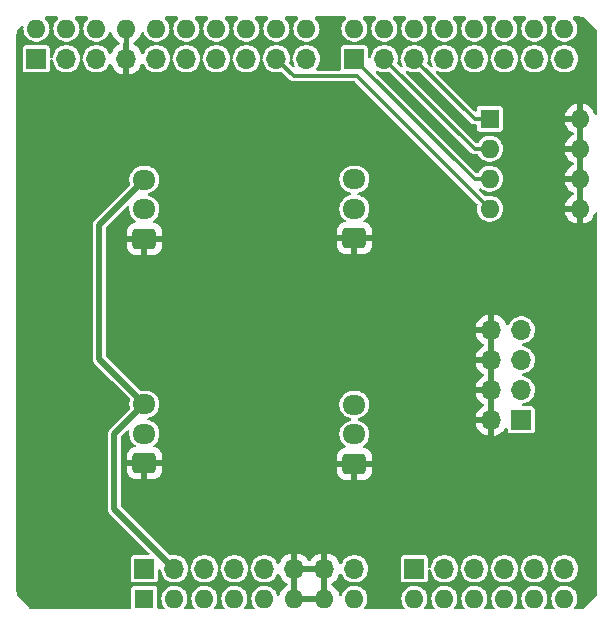
<source format=gbr>
%TF.GenerationSoftware,KiCad,Pcbnew,8.0.1*%
%TF.CreationDate,2024-03-27T15:45:16+09:00*%
%TF.ProjectId,STEP200-switch-id-shield,53544550-3230-4302-9d73-77697463682d,rev?*%
%TF.SameCoordinates,Original*%
%TF.FileFunction,Copper,L2,Bot*%
%TF.FilePolarity,Positive*%
%FSLAX46Y46*%
G04 Gerber Fmt 4.6, Leading zero omitted, Abs format (unit mm)*
G04 Created by KiCad (PCBNEW 8.0.1) date 2024-03-27 15:45:16*
%MOMM*%
%LPD*%
G01*
G04 APERTURE LIST*
G04 Aperture macros list*
%AMRoundRect*
0 Rectangle with rounded corners*
0 $1 Rounding radius*
0 $2 $3 $4 $5 $6 $7 $8 $9 X,Y pos of 4 corners*
0 Add a 4 corners polygon primitive as box body*
4,1,4,$2,$3,$4,$5,$6,$7,$8,$9,$2,$3,0*
0 Add four circle primitives for the rounded corners*
1,1,$1+$1,$2,$3*
1,1,$1+$1,$4,$5*
1,1,$1+$1,$6,$7*
1,1,$1+$1,$8,$9*
0 Add four rect primitives between the rounded corners*
20,1,$1+$1,$2,$3,$4,$5,0*
20,1,$1+$1,$4,$5,$6,$7,0*
20,1,$1+$1,$6,$7,$8,$9,0*
20,1,$1+$1,$8,$9,$2,$3,0*%
G04 Aperture macros list end*
%TA.AperFunction,ComponentPad*%
%ADD10RoundRect,0.250000X0.725000X-0.600000X0.725000X0.600000X-0.725000X0.600000X-0.725000X-0.600000X0*%
%TD*%
%TA.AperFunction,ComponentPad*%
%ADD11O,1.950000X1.700000*%
%TD*%
%TA.AperFunction,ComponentPad*%
%ADD12R,1.700000X1.700000*%
%TD*%
%TA.AperFunction,ComponentPad*%
%ADD13O,1.700000X1.700000*%
%TD*%
%TA.AperFunction,ComponentPad*%
%ADD14R,1.600000X1.600000*%
%TD*%
%TA.AperFunction,ComponentPad*%
%ADD15O,1.600000X1.600000*%
%TD*%
%TA.AperFunction,Conductor*%
%ADD16C,0.300000*%
%TD*%
%TA.AperFunction,Conductor*%
%ADD17C,0.500000*%
%TD*%
%TA.AperFunction,Conductor*%
%ADD18C,0.120000*%
%TD*%
%TA.AperFunction,Conductor*%
%ADD19C,0.250000*%
%TD*%
G04 APERTURE END LIST*
D10*
%TO.P,J8,1,Pin_1*%
%TO.N,GND*%
X142240000Y-109220000D03*
D11*
%TO.P,J8,2,Pin_2*%
%TO.N,/LIMIT_1*%
X142240000Y-106720000D03*
%TO.P,J8,3,Pin_3*%
%TO.N,VBUS*%
X142240000Y-104220000D03*
%TD*%
D12*
%TO.P,J2,1,Pin_1*%
%TO.N,unconnected-(J2-Pin_1-Pad1)*%
X142240000Y-137160000D03*
D13*
%TO.P,J2,2,Pin_2*%
%TO.N,VBUS*%
X144780000Y-137160000D03*
%TO.P,J2,3,Pin_3*%
%TO.N,/RESET*%
X147320000Y-137160000D03*
%TO.P,J2,4,Pin_4*%
%TO.N,+3.3V*%
X149860000Y-137160000D03*
%TO.P,J2,5,Pin_5*%
%TO.N,+5V*%
X152400000Y-137160000D03*
%TO.P,J2,6,Pin_6*%
%TO.N,GND*%
X154940000Y-137160000D03*
%TO.P,J2,7,Pin_7*%
X157480000Y-137160000D03*
%TO.P,J2,8,Pin_8*%
%TO.N,VCC*%
X160020000Y-137160000D03*
%TD*%
D10*
%TO.P,J5,1,Pin_1*%
%TO.N,GND*%
X160020000Y-128270000D03*
D11*
%TO.P,J5,2,Pin_2*%
%TO.N,Net-(J5-Pin_2)*%
X160020000Y-125770000D03*
%TO.P,J5,3,Pin_3*%
%TO.N,VBUS*%
X160020000Y-123270000D03*
%TD*%
D10*
%TO.P,J9,1,Pin_1*%
%TO.N,GND*%
X142240000Y-128230000D03*
D11*
%TO.P,J9,2,Pin_2*%
%TO.N,/LIMIT_2*%
X142240000Y-125730000D03*
%TO.P,J9,3,Pin_3*%
%TO.N,VBUS*%
X142240000Y-123230000D03*
%TD*%
D12*
%TO.P,J1,1,Pin_1*%
%TO.N,Net-(A1-D7)*%
X160020000Y-93980000D03*
D13*
%TO.P,J1,2,Pin_2*%
%TO.N,Net-(A1-D6)*%
X162560000Y-93980000D03*
%TO.P,J1,3,Pin_3*%
%TO.N,Net-(A1-D5)*%
X165100000Y-93980000D03*
%TO.P,J1,4,Pin_4*%
%TO.N,Net-(A1-D4)*%
X167640000Y-93980000D03*
%TO.P,J1,5,Pin_5*%
%TO.N,Net-(A1-D3{slash}SCL)*%
X170180000Y-93980000D03*
%TO.P,J1,6,Pin_6*%
%TO.N,Net-(A1-D2{slash}SDA)*%
X172720000Y-93980000D03*
%TO.P,J1,7,Pin_7*%
%TO.N,Net-(A1-D1{slash}TX)*%
X175260000Y-93980000D03*
%TO.P,J1,8,Pin_8*%
%TO.N,Net-(A1-D0{slash}RX)*%
X177800000Y-93980000D03*
%TD*%
D10*
%TO.P,J7,1,Pin_1*%
%TO.N,GND*%
X160020000Y-109180000D03*
D11*
%TO.P,J7,2,Pin_2*%
%TO.N,Net-(J6-Pin_5)*%
X160020000Y-106680000D03*
%TO.P,J7,3,Pin_3*%
%TO.N,VBUS*%
X160020000Y-104180000D03*
%TD*%
D12*
%TO.P,J4,1,Pin_1*%
%TO.N,/SCL*%
X133096000Y-93980000D03*
D13*
%TO.P,J4,2,Pin_2*%
%TO.N,/SDA*%
X135636000Y-93980000D03*
%TO.P,J4,3,Pin_3*%
%TO.N,/AREF*%
X138176000Y-93980000D03*
%TO.P,J4,4,Pin_4*%
%TO.N,GND*%
X140716000Y-93980000D03*
%TO.P,J4,5,Pin_5*%
%TO.N,Net-(A1-D13)*%
X143256000Y-93980000D03*
%TO.P,J4,6,Pin_6*%
%TO.N,Net-(A1-D12)*%
X145796000Y-93980000D03*
%TO.P,J4,7,Pin_7*%
%TO.N,Net-(A1-D11)*%
X148336000Y-93980000D03*
%TO.P,J4,8,Pin_8*%
%TO.N,Net-(A1-D10)*%
X150876000Y-93980000D03*
%TO.P,J4,9,Pin_9*%
%TO.N,Net-(A1-D9)*%
X153416000Y-93980000D03*
%TO.P,J4,10,Pin_10*%
%TO.N,Net-(A1-D8)*%
X155956000Y-93980000D03*
%TD*%
D14*
%TO.P,SW1,1*%
%TO.N,Net-(A1-D5)*%
X171492500Y-99070000D03*
D15*
%TO.P,SW1,2*%
%TO.N,Net-(A1-D6)*%
X171492500Y-101610000D03*
%TO.P,SW1,3*%
%TO.N,Net-(A1-D7)*%
X171492500Y-104150000D03*
%TO.P,SW1,4*%
%TO.N,Net-(A1-D9)*%
X171492500Y-106690000D03*
%TO.P,SW1,5*%
%TO.N,GND*%
X179112500Y-106690000D03*
%TO.P,SW1,6*%
X179112500Y-104150000D03*
%TO.P,SW1,7*%
X179112500Y-101610000D03*
%TO.P,SW1,8*%
X179112500Y-99070000D03*
%TD*%
D12*
%TO.P,J3,1,Pin_1*%
%TO.N,/LIMIT_1*%
X165100000Y-137160000D03*
D13*
%TO.P,J3,2,Pin_2*%
%TO.N,/LIMIT_2*%
X167640000Y-137160000D03*
%TO.P,J3,3,Pin_3*%
%TO.N,Net-(A1-A2)*%
X170180000Y-137160000D03*
%TO.P,J3,4,Pin_4*%
%TO.N,Net-(A1-A3)*%
X172720000Y-137160000D03*
%TO.P,J3,5,Pin_5*%
%TO.N,Net-(A1-A4)*%
X175260000Y-137160000D03*
%TO.P,J3,6,Pin_6*%
%TO.N,Net-(A1-A5)*%
X177800000Y-137160000D03*
%TD*%
D14*
%TO.P,A1,1,NC*%
%TO.N,unconnected-(A1-NC-Pad1)*%
X142240000Y-139700000D03*
D15*
%TO.P,A1,2,IOREF*%
%TO.N,VBUS*%
X144780000Y-139700000D03*
%TO.P,A1,3,~{RESET}*%
%TO.N,/RESET*%
X147320000Y-139700000D03*
%TO.P,A1,4,3V3*%
%TO.N,+3.3V*%
X149860000Y-139700000D03*
%TO.P,A1,5,+5V*%
%TO.N,+5V*%
X152400000Y-139700000D03*
%TO.P,A1,6,GND*%
%TO.N,GND*%
X154940000Y-139700000D03*
%TO.P,A1,7,GND*%
X157480000Y-139700000D03*
%TO.P,A1,8,VIN*%
%TO.N,VCC*%
X160020000Y-139700000D03*
%TO.P,A1,9,A0*%
%TO.N,/LIMIT_1*%
X165100000Y-139700000D03*
%TO.P,A1,10,A1*%
%TO.N,/LIMIT_2*%
X167640000Y-139700000D03*
%TO.P,A1,11,A2*%
%TO.N,Net-(A1-A2)*%
X170180000Y-139700000D03*
%TO.P,A1,12,A3*%
%TO.N,Net-(A1-A3)*%
X172720000Y-139700000D03*
%TO.P,A1,13,A4*%
%TO.N,Net-(A1-A4)*%
X175260000Y-139700000D03*
%TO.P,A1,14,A5*%
%TO.N,Net-(A1-A5)*%
X177800000Y-139700000D03*
%TO.P,A1,15,D0/RX*%
%TO.N,Net-(A1-D0{slash}RX)*%
X177800000Y-91440000D03*
%TO.P,A1,16,D1/TX*%
%TO.N,Net-(A1-D1{slash}TX)*%
X175260000Y-91440000D03*
%TO.P,A1,17,D2/SDA*%
%TO.N,Net-(A1-D2{slash}SDA)*%
X172720000Y-91440000D03*
%TO.P,A1,18,D3/SCL*%
%TO.N,Net-(A1-D3{slash}SCL)*%
X170180000Y-91440000D03*
%TO.P,A1,19,D4*%
%TO.N,Net-(A1-D4)*%
X167640000Y-91440000D03*
%TO.P,A1,20,D5*%
%TO.N,Net-(A1-D5)*%
X165100000Y-91440000D03*
%TO.P,A1,21,D6*%
%TO.N,Net-(A1-D6)*%
X162560000Y-91440000D03*
%TO.P,A1,22,D7*%
%TO.N,Net-(A1-D7)*%
X160020000Y-91440000D03*
%TO.P,A1,23,D8*%
%TO.N,Net-(A1-D8)*%
X155960000Y-91440000D03*
%TO.P,A1,24,D9*%
%TO.N,Net-(A1-D9)*%
X153420000Y-91440000D03*
%TO.P,A1,25,D10*%
%TO.N,Net-(A1-D10)*%
X150880000Y-91440000D03*
%TO.P,A1,26,D11*%
%TO.N,Net-(A1-D11)*%
X148340000Y-91440000D03*
%TO.P,A1,27,D12*%
%TO.N,Net-(A1-D12)*%
X145800000Y-91440000D03*
%TO.P,A1,28,D13*%
%TO.N,Net-(A1-D13)*%
X143260000Y-91440000D03*
%TO.P,A1,29,GND*%
%TO.N,GND*%
X140720000Y-91440000D03*
%TO.P,A1,30,AREF*%
%TO.N,/AREF*%
X138180000Y-91440000D03*
%TO.P,A1,31,SDA/D2*%
%TO.N,/SDA*%
X135640000Y-91440000D03*
%TO.P,A1,32,SCL/D3*%
%TO.N,/SCL*%
X133100000Y-91440000D03*
%TD*%
D12*
%TO.P,J6,1,Pin_1*%
%TO.N,Net-(J5-Pin_2)*%
X174150000Y-124560000D03*
D13*
%TO.P,J6,2,Pin_2*%
%TO.N,GND*%
X171610000Y-124560000D03*
%TO.P,J6,3,Pin_3*%
%TO.N,Net-(J5-Pin_2)*%
X174150000Y-122020000D03*
%TO.P,J6,4,Pin_4*%
%TO.N,GND*%
X171610000Y-122020000D03*
%TO.P,J6,5,Pin_5*%
%TO.N,Net-(J6-Pin_5)*%
X174150000Y-119480000D03*
%TO.P,J6,6,Pin_6*%
%TO.N,GND*%
X171610000Y-119480000D03*
%TO.P,J6,7,Pin_7*%
%TO.N,Net-(J6-Pin_5)*%
X174150000Y-116940000D03*
%TO.P,J6,8,Pin_8*%
%TO.N,GND*%
X171610000Y-116940000D03*
%TD*%
D16*
%TO.N,Net-(A1-D6)*%
X170190000Y-101610000D02*
X162560000Y-93980000D01*
X171492500Y-101610000D02*
X170190000Y-101610000D01*
%TO.N,Net-(A1-D9)*%
X154870792Y-95434792D02*
X153416000Y-93980000D01*
X171492500Y-106690000D02*
X160237292Y-95434792D01*
X160237292Y-95434792D02*
X154870792Y-95434792D01*
D17*
%TO.N,VBUS*%
X142240000Y-123190000D02*
X142240000Y-123230000D01*
X142240000Y-123230000D02*
X139700000Y-125770000D01*
X138430000Y-119380000D02*
X142240000Y-123190000D01*
X138430000Y-108030000D02*
X138430000Y-119380000D01*
X142240000Y-104220000D02*
X138430000Y-108030000D01*
X139700000Y-125770000D02*
X139700000Y-132080000D01*
X139700000Y-132080000D02*
X144780000Y-137160000D01*
D16*
%TO.N,GND*%
X171610000Y-110330000D02*
X171610000Y-116940000D01*
D18*
X140716000Y-98766000D02*
X151130000Y-109180000D01*
X171610000Y-122020000D02*
X171610000Y-124560000D01*
D19*
X151130000Y-109180000D02*
X160020000Y-109180000D01*
D18*
X159980000Y-128230000D02*
X160020000Y-128270000D01*
D19*
X151130000Y-109180000D02*
X151130000Y-116840000D01*
D16*
X179112500Y-99070000D02*
X179112500Y-101610000D01*
D18*
X151230000Y-116940000D02*
X151130000Y-116840000D01*
D16*
X175260000Y-106680000D02*
X171610000Y-110330000D01*
X179112500Y-101610000D02*
X179112500Y-104150000D01*
D19*
X143510000Y-109220000D02*
X143550000Y-109180000D01*
D18*
X142240000Y-128230000D02*
X151130000Y-128230000D01*
X171610000Y-119480000D02*
X171610000Y-122020000D01*
D16*
X179112500Y-104150000D02*
X179112500Y-106690000D01*
D18*
X151130000Y-128230000D02*
X154940000Y-128230000D01*
D16*
X175270000Y-106690000D02*
X175260000Y-106680000D01*
D19*
X154940000Y-137160000D02*
X154940000Y-128230000D01*
D18*
X140716000Y-93980000D02*
X140716000Y-98766000D01*
X171610000Y-116940000D02*
X171610000Y-119480000D01*
D19*
X142240000Y-109220000D02*
X143510000Y-109220000D01*
X151130000Y-116840000D02*
X151130000Y-128230000D01*
D17*
X154940000Y-137160000D02*
X157480000Y-137160000D01*
D16*
X179112500Y-106690000D02*
X175270000Y-106690000D01*
D19*
X143550000Y-109180000D02*
X151130000Y-109180000D01*
D18*
X171610000Y-116940000D02*
X151230000Y-116940000D01*
X154940000Y-128230000D02*
X159980000Y-128230000D01*
D16*
%TO.N,Net-(A1-D5)*%
X170190000Y-99070000D02*
X165100000Y-93980000D01*
X171492500Y-99070000D02*
X170190000Y-99070000D01*
%TO.N,Net-(A1-D7)*%
X171492500Y-104150000D02*
X170190000Y-104150000D01*
X170190000Y-104150000D02*
X160020000Y-93980000D01*
%TD*%
%TA.AperFunction,Conductor*%
%TO.N,GND*%
G36*
X171860000Y-124126988D02*
G01*
X171802993Y-124094075D01*
X171675826Y-124060000D01*
X171544174Y-124060000D01*
X171417007Y-124094075D01*
X171360000Y-124126988D01*
X171360000Y-122453012D01*
X171417007Y-122485925D01*
X171544174Y-122520000D01*
X171675826Y-122520000D01*
X171802993Y-122485925D01*
X171860000Y-122453012D01*
X171860000Y-124126988D01*
G37*
%TD.AperFunction*%
%TA.AperFunction,Conductor*%
G36*
X171860000Y-121586988D02*
G01*
X171802993Y-121554075D01*
X171675826Y-121520000D01*
X171544174Y-121520000D01*
X171417007Y-121554075D01*
X171360000Y-121586988D01*
X171360000Y-119913012D01*
X171417007Y-119945925D01*
X171544174Y-119980000D01*
X171675826Y-119980000D01*
X171802993Y-119945925D01*
X171860000Y-119913012D01*
X171860000Y-121586988D01*
G37*
%TD.AperFunction*%
%TA.AperFunction,Conductor*%
G36*
X171860000Y-119046988D02*
G01*
X171802993Y-119014075D01*
X171675826Y-118980000D01*
X171544174Y-118980000D01*
X171417007Y-119014075D01*
X171360000Y-119046988D01*
X171360000Y-117373012D01*
X171417007Y-117405925D01*
X171544174Y-117440000D01*
X171675826Y-117440000D01*
X171802993Y-117405925D01*
X171860000Y-117373012D01*
X171860000Y-119046988D01*
G37*
%TD.AperFunction*%
%TA.AperFunction,Conductor*%
G36*
X134893707Y-90420185D02*
G01*
X134939462Y-90472989D01*
X134949406Y-90542147D01*
X134920381Y-90605703D01*
X134910206Y-90616137D01*
X134823237Y-90695418D01*
X134700327Y-90858178D01*
X134609422Y-91040739D01*
X134609417Y-91040752D01*
X134553602Y-91236917D01*
X134534785Y-91439999D01*
X134534785Y-91440000D01*
X134553602Y-91643082D01*
X134609417Y-91839247D01*
X134609422Y-91839260D01*
X134700327Y-92021821D01*
X134823237Y-92184581D01*
X134973958Y-92321980D01*
X134973960Y-92321982D01*
X135073141Y-92383392D01*
X135147363Y-92429348D01*
X135337544Y-92503024D01*
X135538024Y-92540500D01*
X135538026Y-92540500D01*
X135741974Y-92540500D01*
X135741976Y-92540500D01*
X135942456Y-92503024D01*
X136132637Y-92429348D01*
X136306041Y-92321981D01*
X136456764Y-92184579D01*
X136579673Y-92021821D01*
X136670582Y-91839250D01*
X136726397Y-91643083D01*
X136745215Y-91440000D01*
X136739115Y-91374174D01*
X136726397Y-91236917D01*
X136707404Y-91170165D01*
X136670582Y-91040750D01*
X136670159Y-91039901D01*
X136620415Y-90940000D01*
X136579673Y-90858179D01*
X136456764Y-90695421D01*
X136456762Y-90695418D01*
X136369794Y-90616137D01*
X136333512Y-90556426D01*
X136335273Y-90486578D01*
X136374516Y-90428771D01*
X136438783Y-90401356D01*
X136453332Y-90400500D01*
X137366668Y-90400500D01*
X137433707Y-90420185D01*
X137479462Y-90472989D01*
X137489406Y-90542147D01*
X137460381Y-90605703D01*
X137450206Y-90616137D01*
X137363237Y-90695418D01*
X137240327Y-90858178D01*
X137149422Y-91040739D01*
X137149417Y-91040752D01*
X137093602Y-91236917D01*
X137074785Y-91439999D01*
X137074785Y-91440000D01*
X137093602Y-91643082D01*
X137149417Y-91839247D01*
X137149422Y-91839260D01*
X137240327Y-92021821D01*
X137363237Y-92184581D01*
X137513958Y-92321980D01*
X137513960Y-92321982D01*
X137613141Y-92383392D01*
X137687363Y-92429348D01*
X137877544Y-92503024D01*
X138078024Y-92540500D01*
X138078026Y-92540500D01*
X138281974Y-92540500D01*
X138281976Y-92540500D01*
X138482456Y-92503024D01*
X138672637Y-92429348D01*
X138846041Y-92321981D01*
X138996764Y-92184579D01*
X139119673Y-92021821D01*
X139210582Y-91839250D01*
X139227058Y-91781342D01*
X139264334Y-91722255D01*
X139327644Y-91692697D01*
X139396884Y-91702059D01*
X139450070Y-91747368D01*
X139466097Y-91783188D01*
X139493731Y-91886319D01*
X139493734Y-91886326D01*
X139589865Y-92092482D01*
X139720342Y-92278820D01*
X139881179Y-92439657D01*
X140067518Y-92570134D01*
X140072203Y-92572839D01*
X140071308Y-92574388D01*
X140117744Y-92615279D01*
X140136893Y-92682473D01*
X140116674Y-92749353D01*
X140065303Y-92793865D01*
X140038419Y-92806401D01*
X139844926Y-92941886D01*
X139844920Y-92941891D01*
X139677891Y-93108920D01*
X139677886Y-93108926D01*
X139542400Y-93302420D01*
X139542399Y-93302422D01*
X139448705Y-93503348D01*
X139402532Y-93555787D01*
X139335339Y-93574939D01*
X139268457Y-93554723D01*
X139225323Y-93506215D01*
X139158366Y-93371745D01*
X139029872Y-93201593D01*
X138872302Y-93057948D01*
X138691019Y-92945702D01*
X138691017Y-92945701D01*
X138591608Y-92907190D01*
X138492198Y-92868679D01*
X138282610Y-92829500D01*
X138069390Y-92829500D01*
X137859802Y-92868679D01*
X137859799Y-92868679D01*
X137859799Y-92868680D01*
X137660982Y-92945701D01*
X137660980Y-92945702D01*
X137479699Y-93057947D01*
X137322127Y-93201593D01*
X137193632Y-93371746D01*
X137098596Y-93562605D01*
X137098596Y-93562607D01*
X137040244Y-93767689D01*
X137029471Y-93883951D01*
X137003685Y-93948888D01*
X136959130Y-93980804D01*
X136995503Y-94001668D01*
X137027693Y-94063681D01*
X137029470Y-94076047D01*
X137040244Y-94192310D01*
X137093675Y-94380099D01*
X137098596Y-94397392D01*
X137098596Y-94397394D01*
X137193632Y-94588253D01*
X137257429Y-94672733D01*
X137322128Y-94758407D01*
X137479698Y-94902052D01*
X137660981Y-95014298D01*
X137859802Y-95091321D01*
X138069390Y-95130500D01*
X138069392Y-95130500D01*
X138282608Y-95130500D01*
X138282610Y-95130500D01*
X138492198Y-95091321D01*
X138691019Y-95014298D01*
X138872302Y-94902052D01*
X139029872Y-94758407D01*
X139158366Y-94588255D01*
X139225325Y-94453781D01*
X139272825Y-94402548D01*
X139340488Y-94385126D01*
X139406828Y-94407051D01*
X139448705Y-94456651D01*
X139542399Y-94657578D01*
X139677894Y-94851082D01*
X139844917Y-95018105D01*
X140038421Y-95153600D01*
X140252507Y-95253429D01*
X140252516Y-95253433D01*
X140466000Y-95310634D01*
X140466000Y-94413012D01*
X140523007Y-94445925D01*
X140650174Y-94480000D01*
X140781826Y-94480000D01*
X140908993Y-94445925D01*
X140966000Y-94413012D01*
X140966000Y-95310633D01*
X141179483Y-95253433D01*
X141179492Y-95253429D01*
X141393578Y-95153600D01*
X141587082Y-95018105D01*
X141754105Y-94851082D01*
X141889600Y-94657578D01*
X141983294Y-94456651D01*
X142029466Y-94404212D01*
X142096660Y-94385060D01*
X142163541Y-94405276D01*
X142206676Y-94453785D01*
X142273632Y-94588253D01*
X142337429Y-94672733D01*
X142402128Y-94758407D01*
X142559698Y-94902052D01*
X142740981Y-95014298D01*
X142939802Y-95091321D01*
X143149390Y-95130500D01*
X143149392Y-95130500D01*
X143362608Y-95130500D01*
X143362610Y-95130500D01*
X143572198Y-95091321D01*
X143771019Y-95014298D01*
X143952302Y-94902052D01*
X144109872Y-94758407D01*
X144238366Y-94588255D01*
X144298866Y-94466753D01*
X144333403Y-94397394D01*
X144333403Y-94397393D01*
X144333405Y-94397389D01*
X144391756Y-94192310D01*
X144402529Y-94076047D01*
X144428315Y-94011111D01*
X144470622Y-93980804D01*
X144579130Y-93980804D01*
X144615503Y-94001668D01*
X144647693Y-94063681D01*
X144649470Y-94076047D01*
X144660244Y-94192310D01*
X144713675Y-94380099D01*
X144718596Y-94397392D01*
X144718596Y-94397394D01*
X144813632Y-94588253D01*
X144877429Y-94672733D01*
X144942128Y-94758407D01*
X145099698Y-94902052D01*
X145280981Y-95014298D01*
X145479802Y-95091321D01*
X145689390Y-95130500D01*
X145689392Y-95130500D01*
X145902608Y-95130500D01*
X145902610Y-95130500D01*
X146112198Y-95091321D01*
X146311019Y-95014298D01*
X146492302Y-94902052D01*
X146649872Y-94758407D01*
X146778366Y-94588255D01*
X146838866Y-94466753D01*
X146873403Y-94397394D01*
X146873403Y-94397393D01*
X146873405Y-94397389D01*
X146931756Y-94192310D01*
X146942529Y-94076047D01*
X146968315Y-94011111D01*
X147010622Y-93980804D01*
X147119130Y-93980804D01*
X147155503Y-94001668D01*
X147187693Y-94063681D01*
X147189470Y-94076047D01*
X147200244Y-94192310D01*
X147253675Y-94380099D01*
X147258596Y-94397392D01*
X147258596Y-94397394D01*
X147353632Y-94588253D01*
X147417429Y-94672733D01*
X147482128Y-94758407D01*
X147639698Y-94902052D01*
X147820981Y-95014298D01*
X148019802Y-95091321D01*
X148229390Y-95130500D01*
X148229392Y-95130500D01*
X148442608Y-95130500D01*
X148442610Y-95130500D01*
X148652198Y-95091321D01*
X148851019Y-95014298D01*
X149032302Y-94902052D01*
X149189872Y-94758407D01*
X149318366Y-94588255D01*
X149378866Y-94466753D01*
X149413403Y-94397394D01*
X149413403Y-94397393D01*
X149413405Y-94397389D01*
X149471756Y-94192310D01*
X149482529Y-94076047D01*
X149508315Y-94011111D01*
X149550622Y-93980804D01*
X149659130Y-93980804D01*
X149695503Y-94001668D01*
X149727693Y-94063681D01*
X149729470Y-94076047D01*
X149740244Y-94192310D01*
X149793675Y-94380099D01*
X149798596Y-94397392D01*
X149798596Y-94397394D01*
X149893632Y-94588253D01*
X149957429Y-94672733D01*
X150022128Y-94758407D01*
X150179698Y-94902052D01*
X150360981Y-95014298D01*
X150559802Y-95091321D01*
X150769390Y-95130500D01*
X150769392Y-95130500D01*
X150982608Y-95130500D01*
X150982610Y-95130500D01*
X151192198Y-95091321D01*
X151391019Y-95014298D01*
X151572302Y-94902052D01*
X151729872Y-94758407D01*
X151858366Y-94588255D01*
X151918866Y-94466753D01*
X151953403Y-94397394D01*
X151953403Y-94397393D01*
X151953405Y-94397389D01*
X152011756Y-94192310D01*
X152022529Y-94076047D01*
X152048315Y-94011111D01*
X152090622Y-93980804D01*
X152199130Y-93980804D01*
X152235503Y-94001668D01*
X152267693Y-94063681D01*
X152269470Y-94076047D01*
X152280244Y-94192310D01*
X152333675Y-94380099D01*
X152338596Y-94397392D01*
X152338596Y-94397394D01*
X152433632Y-94588253D01*
X152497429Y-94672733D01*
X152562128Y-94758407D01*
X152719698Y-94902052D01*
X152900981Y-95014298D01*
X153099802Y-95091321D01*
X153309390Y-95130500D01*
X153309392Y-95130500D01*
X153522608Y-95130500D01*
X153522610Y-95130500D01*
X153732198Y-95091321D01*
X153770752Y-95076384D01*
X153840374Y-95070522D01*
X153902115Y-95103231D01*
X153903220Y-95104323D01*
X154594178Y-95795282D01*
X154696906Y-95854591D01*
X154811483Y-95885292D01*
X159999327Y-95885292D01*
X160066366Y-95904977D01*
X160087008Y-95921611D01*
X170409112Y-106243716D01*
X170442597Y-106305039D01*
X170440697Y-106365331D01*
X170406103Y-106486914D01*
X170406102Y-106486917D01*
X170387285Y-106689999D01*
X170387285Y-106690000D01*
X170406102Y-106893082D01*
X170461917Y-107089247D01*
X170461922Y-107089260D01*
X170552827Y-107271821D01*
X170675737Y-107434581D01*
X170826458Y-107571980D01*
X170826460Y-107571982D01*
X170911495Y-107624633D01*
X170999863Y-107679348D01*
X171190044Y-107753024D01*
X171390524Y-107790500D01*
X171390526Y-107790500D01*
X171594474Y-107790500D01*
X171594476Y-107790500D01*
X171794956Y-107753024D01*
X171985137Y-107679348D01*
X172158541Y-107571981D01*
X172309264Y-107434579D01*
X172432173Y-107271821D01*
X172523082Y-107089250D01*
X172578897Y-106893083D01*
X172597715Y-106690000D01*
X172578897Y-106486917D01*
X172523082Y-106290750D01*
X172515174Y-106274869D01*
X172436566Y-106117002D01*
X172432173Y-106108179D01*
X172309264Y-105945421D01*
X172309262Y-105945418D01*
X172158541Y-105808019D01*
X172158539Y-105808017D01*
X171985142Y-105700655D01*
X171985135Y-105700651D01*
X171864166Y-105653788D01*
X171794956Y-105626976D01*
X171594476Y-105589500D01*
X171390524Y-105589500D01*
X171311260Y-105604317D01*
X171190042Y-105626976D01*
X171190036Y-105626978D01*
X171176392Y-105632264D01*
X171106769Y-105638124D01*
X171045030Y-105605412D01*
X171043921Y-105604317D01*
X170606173Y-105166569D01*
X170572688Y-105105246D01*
X170577672Y-105035554D01*
X170619544Y-104979621D01*
X170685008Y-104955204D01*
X170753281Y-104970056D01*
X170777392Y-104987251D01*
X170826458Y-105031980D01*
X170826460Y-105031982D01*
X170867759Y-105057553D01*
X170999863Y-105139348D01*
X171190044Y-105213024D01*
X171390524Y-105250500D01*
X171390526Y-105250500D01*
X171594474Y-105250500D01*
X171594476Y-105250500D01*
X171794956Y-105213024D01*
X171985137Y-105139348D01*
X172158541Y-105031981D01*
X172309264Y-104894579D01*
X172432173Y-104731821D01*
X172523082Y-104549250D01*
X172578897Y-104353083D01*
X172597715Y-104150000D01*
X172578897Y-103946917D01*
X172523082Y-103750750D01*
X172515174Y-103734869D01*
X172436566Y-103577002D01*
X172432173Y-103568179D01*
X172309264Y-103405421D01*
X172309262Y-103405418D01*
X172158541Y-103268019D01*
X172158539Y-103268017D01*
X171985142Y-103160655D01*
X171985135Y-103160651D01*
X171864166Y-103113788D01*
X171794956Y-103086976D01*
X171594476Y-103049500D01*
X171390524Y-103049500D01*
X171190044Y-103086976D01*
X171190041Y-103086976D01*
X171190041Y-103086977D01*
X170999864Y-103160651D01*
X170999857Y-103160655D01*
X170826460Y-103268017D01*
X170826458Y-103268019D01*
X170675737Y-103405418D01*
X170552827Y-103568178D01*
X170527412Y-103619219D01*
X170479909Y-103670456D01*
X170412246Y-103687877D01*
X170345906Y-103665951D01*
X170328731Y-103651628D01*
X161872292Y-95195189D01*
X161838807Y-95133866D01*
X161843791Y-95064174D01*
X161885663Y-95008241D01*
X161951127Y-94983824D01*
X162019400Y-94998676D01*
X162025251Y-95002082D01*
X162044972Y-95014293D01*
X162044976Y-95014295D01*
X162044981Y-95014298D01*
X162243802Y-95091321D01*
X162453390Y-95130500D01*
X162453392Y-95130500D01*
X162666608Y-95130500D01*
X162666610Y-95130500D01*
X162876198Y-95091321D01*
X162914752Y-95076384D01*
X162984374Y-95070522D01*
X163046115Y-95103231D01*
X163047227Y-95104330D01*
X169913386Y-101970489D01*
X169913387Y-101970490D01*
X169913389Y-101970491D01*
X169972693Y-102004729D01*
X169972696Y-102004732D01*
X170002916Y-102022179D01*
X170016114Y-102029799D01*
X170130691Y-102060500D01*
X170410660Y-102060500D01*
X170477699Y-102080185D01*
X170521658Y-102129226D01*
X170552827Y-102191821D01*
X170552829Y-102191823D01*
X170675737Y-102354581D01*
X170826458Y-102491980D01*
X170826460Y-102491982D01*
X170925641Y-102553392D01*
X170999863Y-102599348D01*
X171190044Y-102673024D01*
X171390524Y-102710500D01*
X171390526Y-102710500D01*
X171594474Y-102710500D01*
X171594476Y-102710500D01*
X171794956Y-102673024D01*
X171985137Y-102599348D01*
X172158541Y-102491981D01*
X172309264Y-102354579D01*
X172432173Y-102191821D01*
X172523082Y-102009250D01*
X172578897Y-101813083D01*
X172597715Y-101610000D01*
X172578897Y-101406917D01*
X172523082Y-101210750D01*
X172515174Y-101194869D01*
X172457588Y-101079219D01*
X172432173Y-101028179D01*
X172309264Y-100865421D01*
X172309262Y-100865418D01*
X172158541Y-100728019D01*
X172158539Y-100728017D01*
X171985142Y-100620655D01*
X171985135Y-100620651D01*
X171890046Y-100583814D01*
X171794956Y-100546976D01*
X171594476Y-100509500D01*
X171390524Y-100509500D01*
X171190044Y-100546976D01*
X171190041Y-100546976D01*
X171190041Y-100546977D01*
X170999864Y-100620651D01*
X170999857Y-100620655D01*
X170826460Y-100728017D01*
X170826458Y-100728019D01*
X170675737Y-100865418D01*
X170552827Y-101028178D01*
X170527412Y-101079219D01*
X170479909Y-101130456D01*
X170412246Y-101147877D01*
X170345906Y-101125951D01*
X170328731Y-101111628D01*
X164412292Y-95195189D01*
X164378807Y-95133866D01*
X164383791Y-95064174D01*
X164425663Y-95008241D01*
X164491127Y-94983824D01*
X164559400Y-94998676D01*
X164565251Y-95002082D01*
X164584972Y-95014293D01*
X164584976Y-95014295D01*
X164584981Y-95014298D01*
X164783802Y-95091321D01*
X164993390Y-95130500D01*
X164993392Y-95130500D01*
X165206608Y-95130500D01*
X165206610Y-95130500D01*
X165416198Y-95091321D01*
X165454752Y-95076384D01*
X165524374Y-95070522D01*
X165586115Y-95103231D01*
X165587227Y-95104330D01*
X169913386Y-99430489D01*
X170016113Y-99489799D01*
X170040321Y-99496284D01*
X170040324Y-99496286D01*
X170040325Y-99496286D01*
X170070447Y-99504357D01*
X170130691Y-99520500D01*
X170268001Y-99520500D01*
X170335040Y-99540185D01*
X170380795Y-99592989D01*
X170392001Y-99644500D01*
X170392001Y-99914856D01*
X170392002Y-99914882D01*
X170394913Y-99939987D01*
X170394915Y-99939991D01*
X170440293Y-100042764D01*
X170440294Y-100042765D01*
X170519735Y-100122206D01*
X170622509Y-100167585D01*
X170647635Y-100170500D01*
X172337364Y-100170499D01*
X172337379Y-100170497D01*
X172337382Y-100170497D01*
X172362487Y-100167586D01*
X172362488Y-100167585D01*
X172362491Y-100167585D01*
X172465265Y-100122206D01*
X172544706Y-100042765D01*
X172590085Y-99939991D01*
X172593000Y-99914865D01*
X172592999Y-98225136D01*
X172592997Y-98225117D01*
X172590086Y-98200012D01*
X172590085Y-98200010D01*
X172590085Y-98200009D01*
X172544706Y-98097235D01*
X172465265Y-98017794D01*
X172465263Y-98017793D01*
X172362492Y-97972415D01*
X172337365Y-97969500D01*
X170647643Y-97969500D01*
X170647617Y-97969502D01*
X170622512Y-97972413D01*
X170622508Y-97972415D01*
X170519735Y-98017793D01*
X170440294Y-98097234D01*
X170394915Y-98200006D01*
X170394915Y-98200008D01*
X170392000Y-98225131D01*
X170392000Y-98335535D01*
X170372315Y-98402574D01*
X170319511Y-98448329D01*
X170250353Y-98458273D01*
X170186797Y-98429248D01*
X170180319Y-98423216D01*
X166952292Y-95195189D01*
X166918807Y-95133866D01*
X166923791Y-95064174D01*
X166965663Y-95008241D01*
X167031127Y-94983824D01*
X167099400Y-94998676D01*
X167105251Y-95002082D01*
X167124972Y-95014293D01*
X167124976Y-95014295D01*
X167124981Y-95014298D01*
X167323802Y-95091321D01*
X167533390Y-95130500D01*
X167533392Y-95130500D01*
X167746608Y-95130500D01*
X167746610Y-95130500D01*
X167956198Y-95091321D01*
X168155019Y-95014298D01*
X168336302Y-94902052D01*
X168493872Y-94758407D01*
X168622366Y-94588255D01*
X168682866Y-94466753D01*
X168717403Y-94397394D01*
X168717403Y-94397393D01*
X168717405Y-94397389D01*
X168775756Y-94192310D01*
X168786529Y-94076047D01*
X168812315Y-94011111D01*
X168854622Y-93980804D01*
X168963130Y-93980804D01*
X168999503Y-94001668D01*
X169031693Y-94063681D01*
X169033470Y-94076047D01*
X169044244Y-94192310D01*
X169097675Y-94380099D01*
X169102596Y-94397392D01*
X169102596Y-94397394D01*
X169197632Y-94588253D01*
X169261429Y-94672733D01*
X169326128Y-94758407D01*
X169483698Y-94902052D01*
X169664981Y-95014298D01*
X169863802Y-95091321D01*
X170073390Y-95130500D01*
X170073392Y-95130500D01*
X170286608Y-95130500D01*
X170286610Y-95130500D01*
X170496198Y-95091321D01*
X170695019Y-95014298D01*
X170876302Y-94902052D01*
X171033872Y-94758407D01*
X171162366Y-94588255D01*
X171222866Y-94466753D01*
X171257403Y-94397394D01*
X171257403Y-94397393D01*
X171257405Y-94397389D01*
X171315756Y-94192310D01*
X171326529Y-94076047D01*
X171352315Y-94011111D01*
X171394622Y-93980804D01*
X171503130Y-93980804D01*
X171539503Y-94001668D01*
X171571693Y-94063681D01*
X171573470Y-94076047D01*
X171584244Y-94192310D01*
X171637675Y-94380099D01*
X171642596Y-94397392D01*
X171642596Y-94397394D01*
X171737632Y-94588253D01*
X171801429Y-94672733D01*
X171866128Y-94758407D01*
X172023698Y-94902052D01*
X172204981Y-95014298D01*
X172403802Y-95091321D01*
X172613390Y-95130500D01*
X172613392Y-95130500D01*
X172826608Y-95130500D01*
X172826610Y-95130500D01*
X173036198Y-95091321D01*
X173235019Y-95014298D01*
X173416302Y-94902052D01*
X173573872Y-94758407D01*
X173702366Y-94588255D01*
X173762866Y-94466753D01*
X173797403Y-94397394D01*
X173797403Y-94397393D01*
X173797405Y-94397389D01*
X173855756Y-94192310D01*
X173866529Y-94076047D01*
X173892315Y-94011111D01*
X173934622Y-93980804D01*
X174043130Y-93980804D01*
X174079503Y-94001668D01*
X174111693Y-94063681D01*
X174113470Y-94076047D01*
X174124244Y-94192310D01*
X174177675Y-94380099D01*
X174182596Y-94397392D01*
X174182596Y-94397394D01*
X174277632Y-94588253D01*
X174341429Y-94672733D01*
X174406128Y-94758407D01*
X174563698Y-94902052D01*
X174744981Y-95014298D01*
X174943802Y-95091321D01*
X175153390Y-95130500D01*
X175153392Y-95130500D01*
X175366608Y-95130500D01*
X175366610Y-95130500D01*
X175576198Y-95091321D01*
X175775019Y-95014298D01*
X175956302Y-94902052D01*
X176113872Y-94758407D01*
X176242366Y-94588255D01*
X176302866Y-94466753D01*
X176337403Y-94397394D01*
X176337403Y-94397393D01*
X176337405Y-94397389D01*
X176395756Y-94192310D01*
X176406529Y-94076047D01*
X176432315Y-94011111D01*
X176474622Y-93980804D01*
X176583130Y-93980804D01*
X176619503Y-94001668D01*
X176651693Y-94063681D01*
X176653470Y-94076047D01*
X176664244Y-94192310D01*
X176717675Y-94380099D01*
X176722596Y-94397392D01*
X176722596Y-94397394D01*
X176817632Y-94588253D01*
X176881429Y-94672733D01*
X176946128Y-94758407D01*
X177103698Y-94902052D01*
X177284981Y-95014298D01*
X177483802Y-95091321D01*
X177693390Y-95130500D01*
X177693392Y-95130500D01*
X177906608Y-95130500D01*
X177906610Y-95130500D01*
X178116198Y-95091321D01*
X178315019Y-95014298D01*
X178496302Y-94902052D01*
X178653872Y-94758407D01*
X178782366Y-94588255D01*
X178842866Y-94466753D01*
X178877403Y-94397394D01*
X178877403Y-94397393D01*
X178877405Y-94397389D01*
X178935756Y-94192310D01*
X178955429Y-93980000D01*
X178935756Y-93767690D01*
X178877405Y-93562611D01*
X178877403Y-93562606D01*
X178877403Y-93562605D01*
X178782367Y-93371746D01*
X178653872Y-93201593D01*
X178496302Y-93057948D01*
X178315019Y-92945702D01*
X178315017Y-92945701D01*
X178215608Y-92907190D01*
X178116198Y-92868679D01*
X177906610Y-92829500D01*
X177693390Y-92829500D01*
X177483802Y-92868679D01*
X177483799Y-92868679D01*
X177483799Y-92868680D01*
X177284982Y-92945701D01*
X177284980Y-92945702D01*
X177103699Y-93057947D01*
X176946127Y-93201593D01*
X176817632Y-93371746D01*
X176722596Y-93562605D01*
X176722596Y-93562607D01*
X176664244Y-93767689D01*
X176653471Y-93883951D01*
X176627685Y-93948888D01*
X176583130Y-93980804D01*
X176474622Y-93980804D01*
X176476869Y-93979194D01*
X176440497Y-93958331D01*
X176408307Y-93896318D01*
X176406529Y-93883951D01*
X176402030Y-93835398D01*
X176395756Y-93767690D01*
X176337405Y-93562611D01*
X176337403Y-93562606D01*
X176337403Y-93562605D01*
X176242367Y-93371746D01*
X176113872Y-93201593D01*
X175956302Y-93057948D01*
X175775019Y-92945702D01*
X175775017Y-92945701D01*
X175675608Y-92907190D01*
X175576198Y-92868679D01*
X175366610Y-92829500D01*
X175153390Y-92829500D01*
X174943802Y-92868679D01*
X174943799Y-92868679D01*
X174943799Y-92868680D01*
X174744982Y-92945701D01*
X174744980Y-92945702D01*
X174563699Y-93057947D01*
X174406127Y-93201593D01*
X174277632Y-93371746D01*
X174182596Y-93562605D01*
X174182596Y-93562607D01*
X174124244Y-93767689D01*
X174113471Y-93883951D01*
X174087685Y-93948888D01*
X174043130Y-93980804D01*
X173934622Y-93980804D01*
X173936869Y-93979194D01*
X173900497Y-93958331D01*
X173868307Y-93896318D01*
X173866529Y-93883951D01*
X173862030Y-93835398D01*
X173855756Y-93767690D01*
X173797405Y-93562611D01*
X173797403Y-93562606D01*
X173797403Y-93562605D01*
X173702367Y-93371746D01*
X173573872Y-93201593D01*
X173416302Y-93057948D01*
X173235019Y-92945702D01*
X173235017Y-92945701D01*
X173135608Y-92907190D01*
X173036198Y-92868679D01*
X172826610Y-92829500D01*
X172613390Y-92829500D01*
X172403802Y-92868679D01*
X172403799Y-92868679D01*
X172403799Y-92868680D01*
X172204982Y-92945701D01*
X172204980Y-92945702D01*
X172023699Y-93057947D01*
X171866127Y-93201593D01*
X171737632Y-93371746D01*
X171642596Y-93562605D01*
X171642596Y-93562607D01*
X171584244Y-93767689D01*
X171573471Y-93883951D01*
X171547685Y-93948888D01*
X171503130Y-93980804D01*
X171394622Y-93980804D01*
X171396869Y-93979194D01*
X171360497Y-93958331D01*
X171328307Y-93896318D01*
X171326529Y-93883951D01*
X171322030Y-93835398D01*
X171315756Y-93767690D01*
X171257405Y-93562611D01*
X171257403Y-93562606D01*
X171257403Y-93562605D01*
X171162367Y-93371746D01*
X171033872Y-93201593D01*
X170876302Y-93057948D01*
X170695019Y-92945702D01*
X170695017Y-92945701D01*
X170595608Y-92907190D01*
X170496198Y-92868679D01*
X170286610Y-92829500D01*
X170073390Y-92829500D01*
X169863802Y-92868679D01*
X169863799Y-92868679D01*
X169863799Y-92868680D01*
X169664982Y-92945701D01*
X169664980Y-92945702D01*
X169483699Y-93057947D01*
X169326127Y-93201593D01*
X169197632Y-93371746D01*
X169102596Y-93562605D01*
X169102596Y-93562607D01*
X169044244Y-93767689D01*
X169033471Y-93883951D01*
X169007685Y-93948888D01*
X168963130Y-93980804D01*
X168854622Y-93980804D01*
X168856869Y-93979194D01*
X168820497Y-93958331D01*
X168788307Y-93896318D01*
X168786529Y-93883951D01*
X168782030Y-93835398D01*
X168775756Y-93767690D01*
X168717405Y-93562611D01*
X168717403Y-93562606D01*
X168717403Y-93562605D01*
X168622367Y-93371746D01*
X168493872Y-93201593D01*
X168336302Y-93057948D01*
X168155019Y-92945702D01*
X168155017Y-92945701D01*
X168055608Y-92907190D01*
X167956198Y-92868679D01*
X167746610Y-92829500D01*
X167533390Y-92829500D01*
X167323802Y-92868679D01*
X167323799Y-92868679D01*
X167323799Y-92868680D01*
X167124982Y-92945701D01*
X167124980Y-92945702D01*
X166943699Y-93057947D01*
X166786127Y-93201593D01*
X166657632Y-93371746D01*
X166562596Y-93562605D01*
X166562596Y-93562607D01*
X166504244Y-93767689D01*
X166493471Y-93883951D01*
X166467685Y-93948888D01*
X166423130Y-93980804D01*
X166459503Y-94001668D01*
X166491693Y-94063681D01*
X166493470Y-94076047D01*
X166504244Y-94192310D01*
X166562595Y-94397389D01*
X166628518Y-94529781D01*
X166640778Y-94598566D01*
X166613905Y-94663061D01*
X166556428Y-94702789D01*
X166486598Y-94705135D01*
X166429836Y-94672733D01*
X166223856Y-94466753D01*
X166190371Y-94405430D01*
X166192270Y-94345141D01*
X166235756Y-94192310D01*
X166246529Y-94076047D01*
X166272315Y-94011111D01*
X166316869Y-93979194D01*
X166280497Y-93958331D01*
X166248307Y-93896318D01*
X166246529Y-93883951D01*
X166242030Y-93835398D01*
X166235756Y-93767690D01*
X166177405Y-93562611D01*
X166177403Y-93562606D01*
X166177403Y-93562605D01*
X166082367Y-93371746D01*
X165953872Y-93201593D01*
X165796302Y-93057948D01*
X165615019Y-92945702D01*
X165615017Y-92945701D01*
X165515608Y-92907190D01*
X165416198Y-92868679D01*
X165206610Y-92829500D01*
X164993390Y-92829500D01*
X164783802Y-92868679D01*
X164783799Y-92868679D01*
X164783799Y-92868680D01*
X164584982Y-92945701D01*
X164584980Y-92945702D01*
X164403699Y-93057947D01*
X164246127Y-93201593D01*
X164117632Y-93371746D01*
X164022596Y-93562605D01*
X164022596Y-93562607D01*
X163964244Y-93767689D01*
X163953471Y-93883951D01*
X163927685Y-93948888D01*
X163883130Y-93980804D01*
X163919503Y-94001668D01*
X163951693Y-94063681D01*
X163953470Y-94076047D01*
X163964244Y-94192310D01*
X164022595Y-94397389D01*
X164088518Y-94529781D01*
X164100778Y-94598566D01*
X164073905Y-94663061D01*
X164016428Y-94702789D01*
X163946598Y-94705135D01*
X163889836Y-94672733D01*
X163683856Y-94466753D01*
X163650371Y-94405430D01*
X163652270Y-94345141D01*
X163695756Y-94192310D01*
X163706529Y-94076047D01*
X163732315Y-94011111D01*
X163776869Y-93979194D01*
X163740497Y-93958331D01*
X163708307Y-93896318D01*
X163706529Y-93883951D01*
X163702030Y-93835398D01*
X163695756Y-93767690D01*
X163637405Y-93562611D01*
X163637403Y-93562606D01*
X163637403Y-93562605D01*
X163542367Y-93371746D01*
X163413872Y-93201593D01*
X163256302Y-93057948D01*
X163075019Y-92945702D01*
X163075017Y-92945701D01*
X162975608Y-92907190D01*
X162876198Y-92868679D01*
X162666610Y-92829500D01*
X162453390Y-92829500D01*
X162243802Y-92868679D01*
X162243799Y-92868679D01*
X162243799Y-92868680D01*
X162044982Y-92945701D01*
X162044980Y-92945702D01*
X161863699Y-93057947D01*
X161706127Y-93201593D01*
X161577632Y-93371746D01*
X161482596Y-93562605D01*
X161482596Y-93562607D01*
X161424244Y-93767689D01*
X161417970Y-93835398D01*
X161392184Y-93900335D01*
X161335384Y-93941023D01*
X161265603Y-93944543D01*
X161204996Y-93909778D01*
X161172806Y-93847765D01*
X161170499Y-93823957D01*
X161170499Y-93085143D01*
X161170499Y-93085137D01*
X161170499Y-93085136D01*
X161170497Y-93085117D01*
X161167586Y-93060012D01*
X161167585Y-93060010D01*
X161167585Y-93060009D01*
X161122206Y-92957235D01*
X161042765Y-92877794D01*
X161022124Y-92868680D01*
X160939992Y-92832415D01*
X160914865Y-92829500D01*
X159125143Y-92829500D01*
X159125117Y-92829502D01*
X159100012Y-92832413D01*
X159100008Y-92832415D01*
X158997235Y-92877793D01*
X158917794Y-92957234D01*
X158872415Y-93060006D01*
X158872415Y-93060008D01*
X158872415Y-93060009D01*
X158869500Y-93085135D01*
X158869500Y-93979999D01*
X158869501Y-94860292D01*
X158849816Y-94927331D01*
X158797013Y-94973086D01*
X158745501Y-94984292D01*
X156882169Y-94984292D01*
X156815130Y-94964607D01*
X156769375Y-94911803D01*
X156759431Y-94842645D01*
X156788456Y-94779089D01*
X156798631Y-94768655D01*
X156802340Y-94765272D01*
X156809872Y-94758407D01*
X156938366Y-94588255D01*
X156998866Y-94466753D01*
X157033403Y-94397394D01*
X157033403Y-94397393D01*
X157033405Y-94397389D01*
X157091756Y-94192310D01*
X157111429Y-93980000D01*
X157091756Y-93767690D01*
X157033405Y-93562611D01*
X157033403Y-93562606D01*
X157033403Y-93562605D01*
X156938367Y-93371746D01*
X156809872Y-93201593D01*
X156652302Y-93057948D01*
X156471019Y-92945702D01*
X156471017Y-92945701D01*
X156371608Y-92907190D01*
X156272198Y-92868679D01*
X156062610Y-92829500D01*
X155849390Y-92829500D01*
X155639802Y-92868679D01*
X155639799Y-92868679D01*
X155639799Y-92868680D01*
X155440982Y-92945701D01*
X155440980Y-92945702D01*
X155259699Y-93057947D01*
X155102127Y-93201593D01*
X154973632Y-93371746D01*
X154878596Y-93562605D01*
X154878596Y-93562607D01*
X154820244Y-93767689D01*
X154809471Y-93883951D01*
X154783685Y-93948888D01*
X154739130Y-93980804D01*
X154775503Y-94001668D01*
X154807693Y-94063681D01*
X154809470Y-94076047D01*
X154820244Y-94192310D01*
X154873675Y-94380099D01*
X154878596Y-94397392D01*
X154878596Y-94397394D01*
X154944517Y-94529780D01*
X154956778Y-94598565D01*
X154929905Y-94663060D01*
X154872429Y-94702787D01*
X154802599Y-94705135D01*
X154745836Y-94672732D01*
X154539856Y-94466753D01*
X154506371Y-94405430D01*
X154508270Y-94345141D01*
X154551756Y-94192310D01*
X154562529Y-94076047D01*
X154588315Y-94011111D01*
X154632869Y-93979194D01*
X154596497Y-93958331D01*
X154564307Y-93896318D01*
X154562529Y-93883951D01*
X154558030Y-93835398D01*
X154551756Y-93767690D01*
X154493405Y-93562611D01*
X154493403Y-93562606D01*
X154493403Y-93562605D01*
X154398367Y-93371746D01*
X154269872Y-93201593D01*
X154112302Y-93057948D01*
X153931019Y-92945702D01*
X153931017Y-92945701D01*
X153831608Y-92907190D01*
X153732198Y-92868679D01*
X153522610Y-92829500D01*
X153309390Y-92829500D01*
X153099802Y-92868679D01*
X153099799Y-92868679D01*
X153099799Y-92868680D01*
X152900982Y-92945701D01*
X152900980Y-92945702D01*
X152719699Y-93057947D01*
X152562127Y-93201593D01*
X152433632Y-93371746D01*
X152338596Y-93562605D01*
X152338596Y-93562607D01*
X152280244Y-93767689D01*
X152269471Y-93883951D01*
X152243685Y-93948888D01*
X152199130Y-93980804D01*
X152090622Y-93980804D01*
X152092869Y-93979194D01*
X152056497Y-93958331D01*
X152024307Y-93896318D01*
X152022529Y-93883951D01*
X152018030Y-93835398D01*
X152011756Y-93767690D01*
X151953405Y-93562611D01*
X151953403Y-93562606D01*
X151953403Y-93562605D01*
X151858367Y-93371746D01*
X151729872Y-93201593D01*
X151572302Y-93057948D01*
X151391019Y-92945702D01*
X151391017Y-92945701D01*
X151291608Y-92907190D01*
X151192198Y-92868679D01*
X150982610Y-92829500D01*
X150769390Y-92829500D01*
X150559802Y-92868679D01*
X150559799Y-92868679D01*
X150559799Y-92868680D01*
X150360982Y-92945701D01*
X150360980Y-92945702D01*
X150179699Y-93057947D01*
X150022127Y-93201593D01*
X149893632Y-93371746D01*
X149798596Y-93562605D01*
X149798596Y-93562607D01*
X149740244Y-93767689D01*
X149729471Y-93883951D01*
X149703685Y-93948888D01*
X149659130Y-93980804D01*
X149550622Y-93980804D01*
X149552869Y-93979194D01*
X149516497Y-93958331D01*
X149484307Y-93896318D01*
X149482529Y-93883951D01*
X149478030Y-93835398D01*
X149471756Y-93767690D01*
X149413405Y-93562611D01*
X149413403Y-93562606D01*
X149413403Y-93562605D01*
X149318367Y-93371746D01*
X149189872Y-93201593D01*
X149032302Y-93057948D01*
X148851019Y-92945702D01*
X148851017Y-92945701D01*
X148751608Y-92907190D01*
X148652198Y-92868679D01*
X148442610Y-92829500D01*
X148229390Y-92829500D01*
X148019802Y-92868679D01*
X148019799Y-92868679D01*
X148019799Y-92868680D01*
X147820982Y-92945701D01*
X147820980Y-92945702D01*
X147639699Y-93057947D01*
X147482127Y-93201593D01*
X147353632Y-93371746D01*
X147258596Y-93562605D01*
X147258596Y-93562607D01*
X147200244Y-93767689D01*
X147189471Y-93883951D01*
X147163685Y-93948888D01*
X147119130Y-93980804D01*
X147010622Y-93980804D01*
X147012869Y-93979194D01*
X146976497Y-93958331D01*
X146944307Y-93896318D01*
X146942529Y-93883951D01*
X146938030Y-93835398D01*
X146931756Y-93767690D01*
X146873405Y-93562611D01*
X146873403Y-93562606D01*
X146873403Y-93562605D01*
X146778367Y-93371746D01*
X146649872Y-93201593D01*
X146492302Y-93057948D01*
X146311019Y-92945702D01*
X146311017Y-92945701D01*
X146211608Y-92907190D01*
X146112198Y-92868679D01*
X145902610Y-92829500D01*
X145689390Y-92829500D01*
X145479802Y-92868679D01*
X145479799Y-92868679D01*
X145479799Y-92868680D01*
X145280982Y-92945701D01*
X145280980Y-92945702D01*
X145099699Y-93057947D01*
X144942127Y-93201593D01*
X144813632Y-93371746D01*
X144718596Y-93562605D01*
X144718596Y-93562607D01*
X144660244Y-93767689D01*
X144649471Y-93883951D01*
X144623685Y-93948888D01*
X144579130Y-93980804D01*
X144470622Y-93980804D01*
X144472869Y-93979194D01*
X144436497Y-93958331D01*
X144404307Y-93896318D01*
X144402529Y-93883951D01*
X144398030Y-93835398D01*
X144391756Y-93767690D01*
X144333405Y-93562611D01*
X144333403Y-93562606D01*
X144333403Y-93562605D01*
X144238367Y-93371746D01*
X144109872Y-93201593D01*
X143952302Y-93057948D01*
X143771019Y-92945702D01*
X143771017Y-92945701D01*
X143671608Y-92907190D01*
X143572198Y-92868679D01*
X143362610Y-92829500D01*
X143149390Y-92829500D01*
X142939802Y-92868679D01*
X142939799Y-92868679D01*
X142939799Y-92868680D01*
X142740982Y-92945701D01*
X142740980Y-92945702D01*
X142559699Y-93057947D01*
X142402127Y-93201593D01*
X142273634Y-93371744D01*
X142206676Y-93506215D01*
X142159173Y-93557452D01*
X142091510Y-93574873D01*
X142025170Y-93552947D01*
X141983294Y-93503348D01*
X141889600Y-93302422D01*
X141889599Y-93302420D01*
X141754113Y-93108926D01*
X141754108Y-93108920D01*
X141587082Y-92941894D01*
X141393578Y-92806399D01*
X141370697Y-92795730D01*
X141318258Y-92749557D01*
X141299106Y-92682363D01*
X141319322Y-92615482D01*
X141368044Y-92573267D01*
X141367797Y-92572839D01*
X141370019Y-92571555D01*
X141370705Y-92570962D01*
X141372485Y-92570132D01*
X141558820Y-92439657D01*
X141719657Y-92278820D01*
X141850134Y-92092482D01*
X141946265Y-91886326D01*
X141946269Y-91886317D01*
X141973902Y-91783189D01*
X142010267Y-91723528D01*
X142073113Y-91692999D01*
X142142489Y-91701293D01*
X142196367Y-91745779D01*
X142212943Y-91781347D01*
X142229417Y-91839247D01*
X142229422Y-91839260D01*
X142320327Y-92021821D01*
X142443237Y-92184581D01*
X142593958Y-92321980D01*
X142593960Y-92321982D01*
X142693141Y-92383392D01*
X142767363Y-92429348D01*
X142957544Y-92503024D01*
X143158024Y-92540500D01*
X143158026Y-92540500D01*
X143361974Y-92540500D01*
X143361976Y-92540500D01*
X143562456Y-92503024D01*
X143752637Y-92429348D01*
X143926041Y-92321981D01*
X144076764Y-92184579D01*
X144199673Y-92021821D01*
X144290582Y-91839250D01*
X144346397Y-91643083D01*
X144365215Y-91440000D01*
X144359115Y-91374174D01*
X144346397Y-91236917D01*
X144327404Y-91170165D01*
X144290582Y-91040750D01*
X144290159Y-91039901D01*
X144240415Y-90940000D01*
X144199673Y-90858179D01*
X144076764Y-90695421D01*
X144076762Y-90695418D01*
X143989794Y-90616137D01*
X143953512Y-90556426D01*
X143955273Y-90486578D01*
X143994516Y-90428771D01*
X144058783Y-90401356D01*
X144073332Y-90400500D01*
X144986668Y-90400500D01*
X145053707Y-90420185D01*
X145099462Y-90472989D01*
X145109406Y-90542147D01*
X145080381Y-90605703D01*
X145070206Y-90616137D01*
X144983237Y-90695418D01*
X144860327Y-90858178D01*
X144769422Y-91040739D01*
X144769417Y-91040752D01*
X144713602Y-91236917D01*
X144694785Y-91439999D01*
X144694785Y-91440000D01*
X144713602Y-91643082D01*
X144769417Y-91839247D01*
X144769422Y-91839260D01*
X144860327Y-92021821D01*
X144983237Y-92184581D01*
X145133958Y-92321980D01*
X145133960Y-92321982D01*
X145233141Y-92383392D01*
X145307363Y-92429348D01*
X145497544Y-92503024D01*
X145698024Y-92540500D01*
X145698026Y-92540500D01*
X145901974Y-92540500D01*
X145901976Y-92540500D01*
X146102456Y-92503024D01*
X146292637Y-92429348D01*
X146466041Y-92321981D01*
X146616764Y-92184579D01*
X146739673Y-92021821D01*
X146830582Y-91839250D01*
X146886397Y-91643083D01*
X146905215Y-91440000D01*
X146899115Y-91374174D01*
X146886397Y-91236917D01*
X146867404Y-91170165D01*
X146830582Y-91040750D01*
X146830159Y-91039901D01*
X146780415Y-90940000D01*
X146739673Y-90858179D01*
X146616764Y-90695421D01*
X146616762Y-90695418D01*
X146529794Y-90616137D01*
X146493512Y-90556426D01*
X146495273Y-90486578D01*
X146534516Y-90428771D01*
X146598783Y-90401356D01*
X146613332Y-90400500D01*
X147526668Y-90400500D01*
X147593707Y-90420185D01*
X147639462Y-90472989D01*
X147649406Y-90542147D01*
X147620381Y-90605703D01*
X147610206Y-90616137D01*
X147523237Y-90695418D01*
X147400327Y-90858178D01*
X147309422Y-91040739D01*
X147309417Y-91040752D01*
X147253602Y-91236917D01*
X147234785Y-91439999D01*
X147234785Y-91440000D01*
X147253602Y-91643082D01*
X147309417Y-91839247D01*
X147309422Y-91839260D01*
X147400327Y-92021821D01*
X147523237Y-92184581D01*
X147673958Y-92321980D01*
X147673960Y-92321982D01*
X147773141Y-92383392D01*
X147847363Y-92429348D01*
X148037544Y-92503024D01*
X148238024Y-92540500D01*
X148238026Y-92540500D01*
X148441974Y-92540500D01*
X148441976Y-92540500D01*
X148642456Y-92503024D01*
X148832637Y-92429348D01*
X149006041Y-92321981D01*
X149156764Y-92184579D01*
X149279673Y-92021821D01*
X149370582Y-91839250D01*
X149426397Y-91643083D01*
X149445215Y-91440000D01*
X149439115Y-91374174D01*
X149426397Y-91236917D01*
X149407404Y-91170165D01*
X149370582Y-91040750D01*
X149370159Y-91039901D01*
X149320415Y-90940000D01*
X149279673Y-90858179D01*
X149156764Y-90695421D01*
X149156762Y-90695418D01*
X149069794Y-90616137D01*
X149033512Y-90556426D01*
X149035273Y-90486578D01*
X149074516Y-90428771D01*
X149138783Y-90401356D01*
X149153332Y-90400500D01*
X150066668Y-90400500D01*
X150133707Y-90420185D01*
X150179462Y-90472989D01*
X150189406Y-90542147D01*
X150160381Y-90605703D01*
X150150206Y-90616137D01*
X150063237Y-90695418D01*
X149940327Y-90858178D01*
X149849422Y-91040739D01*
X149849417Y-91040752D01*
X149793602Y-91236917D01*
X149774785Y-91439999D01*
X149774785Y-91440000D01*
X149793602Y-91643082D01*
X149849417Y-91839247D01*
X149849422Y-91839260D01*
X149940327Y-92021821D01*
X150063237Y-92184581D01*
X150213958Y-92321980D01*
X150213960Y-92321982D01*
X150313141Y-92383392D01*
X150387363Y-92429348D01*
X150577544Y-92503024D01*
X150778024Y-92540500D01*
X150778026Y-92540500D01*
X150981974Y-92540500D01*
X150981976Y-92540500D01*
X151182456Y-92503024D01*
X151372637Y-92429348D01*
X151546041Y-92321981D01*
X151696764Y-92184579D01*
X151819673Y-92021821D01*
X151910582Y-91839250D01*
X151966397Y-91643083D01*
X151985215Y-91440000D01*
X151979115Y-91374174D01*
X151966397Y-91236917D01*
X151947404Y-91170165D01*
X151910582Y-91040750D01*
X151910159Y-91039901D01*
X151860415Y-90940000D01*
X151819673Y-90858179D01*
X151696764Y-90695421D01*
X151696762Y-90695418D01*
X151609794Y-90616137D01*
X151573512Y-90556426D01*
X151575273Y-90486578D01*
X151614516Y-90428771D01*
X151678783Y-90401356D01*
X151693332Y-90400500D01*
X152606668Y-90400500D01*
X152673707Y-90420185D01*
X152719462Y-90472989D01*
X152729406Y-90542147D01*
X152700381Y-90605703D01*
X152690206Y-90616137D01*
X152603237Y-90695418D01*
X152480327Y-90858178D01*
X152389422Y-91040739D01*
X152389417Y-91040752D01*
X152333602Y-91236917D01*
X152314785Y-91439999D01*
X152314785Y-91440000D01*
X152333602Y-91643082D01*
X152389417Y-91839247D01*
X152389422Y-91839260D01*
X152480327Y-92021821D01*
X152603237Y-92184581D01*
X152753958Y-92321980D01*
X152753960Y-92321982D01*
X152853141Y-92383392D01*
X152927363Y-92429348D01*
X153117544Y-92503024D01*
X153318024Y-92540500D01*
X153318026Y-92540500D01*
X153521974Y-92540500D01*
X153521976Y-92540500D01*
X153722456Y-92503024D01*
X153912637Y-92429348D01*
X154086041Y-92321981D01*
X154236764Y-92184579D01*
X154359673Y-92021821D01*
X154450582Y-91839250D01*
X154506397Y-91643083D01*
X154525215Y-91440000D01*
X154519115Y-91374174D01*
X154506397Y-91236917D01*
X154487404Y-91170165D01*
X154450582Y-91040750D01*
X154450159Y-91039901D01*
X154400415Y-90940000D01*
X154359673Y-90858179D01*
X154236764Y-90695421D01*
X154236762Y-90695418D01*
X154149794Y-90616137D01*
X154113512Y-90556426D01*
X154115273Y-90486578D01*
X154154516Y-90428771D01*
X154218783Y-90401356D01*
X154233332Y-90400500D01*
X155146668Y-90400500D01*
X155213707Y-90420185D01*
X155259462Y-90472989D01*
X155269406Y-90542147D01*
X155240381Y-90605703D01*
X155230206Y-90616137D01*
X155143237Y-90695418D01*
X155020327Y-90858178D01*
X154929422Y-91040739D01*
X154929417Y-91040752D01*
X154873602Y-91236917D01*
X154854785Y-91439999D01*
X154854785Y-91440000D01*
X154873602Y-91643082D01*
X154929417Y-91839247D01*
X154929422Y-91839260D01*
X155020327Y-92021821D01*
X155143237Y-92184581D01*
X155293958Y-92321980D01*
X155293960Y-92321982D01*
X155393141Y-92383392D01*
X155467363Y-92429348D01*
X155657544Y-92503024D01*
X155858024Y-92540500D01*
X155858026Y-92540500D01*
X156061974Y-92540500D01*
X156061976Y-92540500D01*
X156262456Y-92503024D01*
X156452637Y-92429348D01*
X156626041Y-92321981D01*
X156776764Y-92184579D01*
X156899673Y-92021821D01*
X156990582Y-91839250D01*
X157046397Y-91643083D01*
X157065215Y-91440000D01*
X157059115Y-91374174D01*
X157046397Y-91236917D01*
X157027404Y-91170165D01*
X156990582Y-91040750D01*
X156990159Y-91039901D01*
X156940415Y-90940000D01*
X156899673Y-90858179D01*
X156776764Y-90695421D01*
X156776762Y-90695418D01*
X156689794Y-90616137D01*
X156653512Y-90556426D01*
X156655273Y-90486578D01*
X156694516Y-90428771D01*
X156758783Y-90401356D01*
X156773332Y-90400500D01*
X159206668Y-90400500D01*
X159273707Y-90420185D01*
X159319462Y-90472989D01*
X159329406Y-90542147D01*
X159300381Y-90605703D01*
X159290206Y-90616137D01*
X159203237Y-90695418D01*
X159080327Y-90858178D01*
X158989422Y-91040739D01*
X158989417Y-91040752D01*
X158933602Y-91236917D01*
X158914785Y-91439999D01*
X158914785Y-91440000D01*
X158933602Y-91643082D01*
X158989417Y-91839247D01*
X158989422Y-91839260D01*
X159080327Y-92021821D01*
X159203237Y-92184581D01*
X159353958Y-92321980D01*
X159353960Y-92321982D01*
X159453141Y-92383392D01*
X159527363Y-92429348D01*
X159717544Y-92503024D01*
X159918024Y-92540500D01*
X159918026Y-92540500D01*
X160121974Y-92540500D01*
X160121976Y-92540500D01*
X160322456Y-92503024D01*
X160512637Y-92429348D01*
X160686041Y-92321981D01*
X160836764Y-92184579D01*
X160959673Y-92021821D01*
X161050582Y-91839250D01*
X161106397Y-91643083D01*
X161125215Y-91440000D01*
X161119115Y-91374174D01*
X161106397Y-91236917D01*
X161087404Y-91170165D01*
X161050582Y-91040750D01*
X161050159Y-91039901D01*
X161000415Y-90940000D01*
X160959673Y-90858179D01*
X160836764Y-90695421D01*
X160836762Y-90695418D01*
X160749794Y-90616137D01*
X160713512Y-90556426D01*
X160715273Y-90486578D01*
X160754516Y-90428771D01*
X160818783Y-90401356D01*
X160833332Y-90400500D01*
X161746668Y-90400500D01*
X161813707Y-90420185D01*
X161859462Y-90472989D01*
X161869406Y-90542147D01*
X161840381Y-90605703D01*
X161830206Y-90616137D01*
X161743237Y-90695418D01*
X161620327Y-90858178D01*
X161529422Y-91040739D01*
X161529417Y-91040752D01*
X161473602Y-91236917D01*
X161454785Y-91439999D01*
X161454785Y-91440000D01*
X161473602Y-91643082D01*
X161529417Y-91839247D01*
X161529422Y-91839260D01*
X161620327Y-92021821D01*
X161743237Y-92184581D01*
X161893958Y-92321980D01*
X161893960Y-92321982D01*
X161993141Y-92383392D01*
X162067363Y-92429348D01*
X162257544Y-92503024D01*
X162458024Y-92540500D01*
X162458026Y-92540500D01*
X162661974Y-92540500D01*
X162661976Y-92540500D01*
X162862456Y-92503024D01*
X163052637Y-92429348D01*
X163226041Y-92321981D01*
X163376764Y-92184579D01*
X163499673Y-92021821D01*
X163590582Y-91839250D01*
X163646397Y-91643083D01*
X163665215Y-91440000D01*
X163659115Y-91374174D01*
X163646397Y-91236917D01*
X163627404Y-91170165D01*
X163590582Y-91040750D01*
X163590159Y-91039901D01*
X163540415Y-90940000D01*
X163499673Y-90858179D01*
X163376764Y-90695421D01*
X163376762Y-90695418D01*
X163289794Y-90616137D01*
X163253512Y-90556426D01*
X163255273Y-90486578D01*
X163294516Y-90428771D01*
X163358783Y-90401356D01*
X163373332Y-90400500D01*
X164286668Y-90400500D01*
X164353707Y-90420185D01*
X164399462Y-90472989D01*
X164409406Y-90542147D01*
X164380381Y-90605703D01*
X164370206Y-90616137D01*
X164283237Y-90695418D01*
X164160327Y-90858178D01*
X164069422Y-91040739D01*
X164069417Y-91040752D01*
X164013602Y-91236917D01*
X163994785Y-91439999D01*
X163994785Y-91440000D01*
X164013602Y-91643082D01*
X164069417Y-91839247D01*
X164069422Y-91839260D01*
X164160327Y-92021821D01*
X164283237Y-92184581D01*
X164433958Y-92321980D01*
X164433960Y-92321982D01*
X164533141Y-92383392D01*
X164607363Y-92429348D01*
X164797544Y-92503024D01*
X164998024Y-92540500D01*
X164998026Y-92540500D01*
X165201974Y-92540500D01*
X165201976Y-92540500D01*
X165402456Y-92503024D01*
X165592637Y-92429348D01*
X165766041Y-92321981D01*
X165916764Y-92184579D01*
X166039673Y-92021821D01*
X166130582Y-91839250D01*
X166186397Y-91643083D01*
X166205215Y-91440000D01*
X166199115Y-91374174D01*
X166186397Y-91236917D01*
X166167404Y-91170165D01*
X166130582Y-91040750D01*
X166130159Y-91039901D01*
X166080415Y-90940000D01*
X166039673Y-90858179D01*
X165916764Y-90695421D01*
X165916762Y-90695418D01*
X165829794Y-90616137D01*
X165793512Y-90556426D01*
X165795273Y-90486578D01*
X165834516Y-90428771D01*
X165898783Y-90401356D01*
X165913332Y-90400500D01*
X166826668Y-90400500D01*
X166893707Y-90420185D01*
X166939462Y-90472989D01*
X166949406Y-90542147D01*
X166920381Y-90605703D01*
X166910206Y-90616137D01*
X166823237Y-90695418D01*
X166700327Y-90858178D01*
X166609422Y-91040739D01*
X166609417Y-91040752D01*
X166553602Y-91236917D01*
X166534785Y-91439999D01*
X166534785Y-91440000D01*
X166553602Y-91643082D01*
X166609417Y-91839247D01*
X166609422Y-91839260D01*
X166700327Y-92021821D01*
X166823237Y-92184581D01*
X166973958Y-92321980D01*
X166973960Y-92321982D01*
X167073141Y-92383392D01*
X167147363Y-92429348D01*
X167337544Y-92503024D01*
X167538024Y-92540500D01*
X167538026Y-92540500D01*
X167741974Y-92540500D01*
X167741976Y-92540500D01*
X167942456Y-92503024D01*
X168132637Y-92429348D01*
X168306041Y-92321981D01*
X168456764Y-92184579D01*
X168579673Y-92021821D01*
X168670582Y-91839250D01*
X168726397Y-91643083D01*
X168745215Y-91440000D01*
X168739115Y-91374174D01*
X168726397Y-91236917D01*
X168707404Y-91170165D01*
X168670582Y-91040750D01*
X168670159Y-91039901D01*
X168620415Y-90940000D01*
X168579673Y-90858179D01*
X168456764Y-90695421D01*
X168456762Y-90695418D01*
X168369794Y-90616137D01*
X168333512Y-90556426D01*
X168335273Y-90486578D01*
X168374516Y-90428771D01*
X168438783Y-90401356D01*
X168453332Y-90400500D01*
X169366668Y-90400500D01*
X169433707Y-90420185D01*
X169479462Y-90472989D01*
X169489406Y-90542147D01*
X169460381Y-90605703D01*
X169450206Y-90616137D01*
X169363237Y-90695418D01*
X169240327Y-90858178D01*
X169149422Y-91040739D01*
X169149417Y-91040752D01*
X169093602Y-91236917D01*
X169074785Y-91439999D01*
X169074785Y-91440000D01*
X169093602Y-91643082D01*
X169149417Y-91839247D01*
X169149422Y-91839260D01*
X169240327Y-92021821D01*
X169363237Y-92184581D01*
X169513958Y-92321980D01*
X169513960Y-92321982D01*
X169613141Y-92383392D01*
X169687363Y-92429348D01*
X169877544Y-92503024D01*
X170078024Y-92540500D01*
X170078026Y-92540500D01*
X170281974Y-92540500D01*
X170281976Y-92540500D01*
X170482456Y-92503024D01*
X170672637Y-92429348D01*
X170846041Y-92321981D01*
X170996764Y-92184579D01*
X171119673Y-92021821D01*
X171210582Y-91839250D01*
X171266397Y-91643083D01*
X171285215Y-91440000D01*
X171279115Y-91374174D01*
X171266397Y-91236917D01*
X171247404Y-91170165D01*
X171210582Y-91040750D01*
X171210159Y-91039901D01*
X171160415Y-90940000D01*
X171119673Y-90858179D01*
X170996764Y-90695421D01*
X170996762Y-90695418D01*
X170909794Y-90616137D01*
X170873512Y-90556426D01*
X170875273Y-90486578D01*
X170914516Y-90428771D01*
X170978783Y-90401356D01*
X170993332Y-90400500D01*
X171906668Y-90400500D01*
X171973707Y-90420185D01*
X172019462Y-90472989D01*
X172029406Y-90542147D01*
X172000381Y-90605703D01*
X171990206Y-90616137D01*
X171903237Y-90695418D01*
X171780327Y-90858178D01*
X171689422Y-91040739D01*
X171689417Y-91040752D01*
X171633602Y-91236917D01*
X171614785Y-91439999D01*
X171614785Y-91440000D01*
X171633602Y-91643082D01*
X171689417Y-91839247D01*
X171689422Y-91839260D01*
X171780327Y-92021821D01*
X171903237Y-92184581D01*
X172053958Y-92321980D01*
X172053960Y-92321982D01*
X172153141Y-92383392D01*
X172227363Y-92429348D01*
X172417544Y-92503024D01*
X172618024Y-92540500D01*
X172618026Y-92540500D01*
X172821974Y-92540500D01*
X172821976Y-92540500D01*
X173022456Y-92503024D01*
X173212637Y-92429348D01*
X173386041Y-92321981D01*
X173536764Y-92184579D01*
X173659673Y-92021821D01*
X173750582Y-91839250D01*
X173806397Y-91643083D01*
X173825215Y-91440000D01*
X173819115Y-91374174D01*
X173806397Y-91236917D01*
X173787404Y-91170165D01*
X173750582Y-91040750D01*
X173750159Y-91039901D01*
X173700415Y-90940000D01*
X173659673Y-90858179D01*
X173536764Y-90695421D01*
X173536762Y-90695418D01*
X173449794Y-90616137D01*
X173413512Y-90556426D01*
X173415273Y-90486578D01*
X173454516Y-90428771D01*
X173518783Y-90401356D01*
X173533332Y-90400500D01*
X174446668Y-90400500D01*
X174513707Y-90420185D01*
X174559462Y-90472989D01*
X174569406Y-90542147D01*
X174540381Y-90605703D01*
X174530206Y-90616137D01*
X174443237Y-90695418D01*
X174320327Y-90858178D01*
X174229422Y-91040739D01*
X174229417Y-91040752D01*
X174173602Y-91236917D01*
X174154785Y-91439999D01*
X174154785Y-91440000D01*
X174173602Y-91643082D01*
X174229417Y-91839247D01*
X174229422Y-91839260D01*
X174320327Y-92021821D01*
X174443237Y-92184581D01*
X174593958Y-92321980D01*
X174593960Y-92321982D01*
X174693141Y-92383392D01*
X174767363Y-92429348D01*
X174957544Y-92503024D01*
X175158024Y-92540500D01*
X175158026Y-92540500D01*
X175361974Y-92540500D01*
X175361976Y-92540500D01*
X175562456Y-92503024D01*
X175752637Y-92429348D01*
X175926041Y-92321981D01*
X176076764Y-92184579D01*
X176199673Y-92021821D01*
X176290582Y-91839250D01*
X176346397Y-91643083D01*
X176365215Y-91440000D01*
X176359115Y-91374174D01*
X176346397Y-91236917D01*
X176327404Y-91170165D01*
X176290582Y-91040750D01*
X176290159Y-91039901D01*
X176240415Y-90940000D01*
X176199673Y-90858179D01*
X176076764Y-90695421D01*
X176076762Y-90695418D01*
X175989794Y-90616137D01*
X175953512Y-90556426D01*
X175955273Y-90486578D01*
X175994516Y-90428771D01*
X176058783Y-90401356D01*
X176073332Y-90400500D01*
X176986668Y-90400500D01*
X177053707Y-90420185D01*
X177099462Y-90472989D01*
X177109406Y-90542147D01*
X177080381Y-90605703D01*
X177070206Y-90616137D01*
X176983237Y-90695418D01*
X176860327Y-90858178D01*
X176769422Y-91040739D01*
X176769417Y-91040752D01*
X176713602Y-91236917D01*
X176694785Y-91439999D01*
X176694785Y-91440000D01*
X176713602Y-91643082D01*
X176769417Y-91839247D01*
X176769422Y-91839260D01*
X176860327Y-92021821D01*
X176983237Y-92184581D01*
X177133958Y-92321980D01*
X177133960Y-92321982D01*
X177233141Y-92383392D01*
X177307363Y-92429348D01*
X177497544Y-92503024D01*
X177698024Y-92540500D01*
X177698026Y-92540500D01*
X177901974Y-92540500D01*
X177901976Y-92540500D01*
X178102456Y-92503024D01*
X178292637Y-92429348D01*
X178466041Y-92321981D01*
X178616764Y-92184579D01*
X178739673Y-92021821D01*
X178830582Y-91839250D01*
X178886397Y-91643083D01*
X178905215Y-91440000D01*
X178899115Y-91374174D01*
X178886397Y-91236917D01*
X178867404Y-91170165D01*
X178830582Y-91040750D01*
X178830159Y-91039901D01*
X178780415Y-90940000D01*
X178739673Y-90858179D01*
X178616764Y-90695421D01*
X178616762Y-90695418D01*
X178529794Y-90616137D01*
X178493512Y-90556426D01*
X178495273Y-90486578D01*
X178534516Y-90428771D01*
X178598783Y-90401356D01*
X178613332Y-90400500D01*
X178942417Y-90400500D01*
X178995572Y-90400500D01*
X179004418Y-90400816D01*
X179218791Y-90416148D01*
X179236296Y-90418665D01*
X179433789Y-90461627D01*
X179495112Y-90495112D01*
X180504887Y-91504887D01*
X180538372Y-91566210D01*
X180581333Y-91763700D01*
X180583851Y-91781211D01*
X180599184Y-91995580D01*
X180599500Y-92004427D01*
X180599500Y-98654869D01*
X180579815Y-98721908D01*
X180527011Y-98767663D01*
X180457853Y-98777607D01*
X180394297Y-98748582D01*
X180356523Y-98689804D01*
X180355725Y-98686962D01*
X180338769Y-98623682D01*
X180338765Y-98623673D01*
X180242634Y-98417517D01*
X180112157Y-98231179D01*
X179951320Y-98070342D01*
X179764982Y-97939865D01*
X179558828Y-97843734D01*
X179362500Y-97791127D01*
X179362500Y-98754314D01*
X179358106Y-98749920D01*
X179266894Y-98697259D01*
X179165161Y-98670000D01*
X179059839Y-98670000D01*
X178958106Y-98697259D01*
X178866894Y-98749920D01*
X178862500Y-98754314D01*
X178862500Y-97791127D01*
X178666171Y-97843734D01*
X178460017Y-97939865D01*
X178273679Y-98070342D01*
X178112842Y-98231179D01*
X177982365Y-98417517D01*
X177886234Y-98623673D01*
X177886230Y-98623682D01*
X177833627Y-98819999D01*
X177833628Y-98820000D01*
X178796814Y-98820000D01*
X178792420Y-98824394D01*
X178739759Y-98915606D01*
X178712500Y-99017339D01*
X178712500Y-99122661D01*
X178739759Y-99224394D01*
X178792420Y-99315606D01*
X178796814Y-99320000D01*
X177833628Y-99320000D01*
X177886230Y-99516317D01*
X177886234Y-99516326D01*
X177982365Y-99722482D01*
X178112842Y-99908820D01*
X178273679Y-100069657D01*
X178460017Y-100200134D01*
X178518957Y-100227618D01*
X178571396Y-100273790D01*
X178590548Y-100340984D01*
X178570332Y-100407865D01*
X178518957Y-100452382D01*
X178460017Y-100479865D01*
X178273679Y-100610342D01*
X178112842Y-100771179D01*
X177982365Y-100957517D01*
X177886234Y-101163673D01*
X177886230Y-101163682D01*
X177833627Y-101359999D01*
X177833628Y-101360000D01*
X178796814Y-101360000D01*
X178792420Y-101364394D01*
X178739759Y-101455606D01*
X178712500Y-101557339D01*
X178712500Y-101662661D01*
X178739759Y-101764394D01*
X178792420Y-101855606D01*
X178796814Y-101860000D01*
X177833628Y-101860000D01*
X177886230Y-102056317D01*
X177886234Y-102056326D01*
X177982365Y-102262482D01*
X178112842Y-102448820D01*
X178273679Y-102609657D01*
X178460017Y-102740134D01*
X178518957Y-102767618D01*
X178571396Y-102813790D01*
X178590548Y-102880984D01*
X178570332Y-102947865D01*
X178518957Y-102992382D01*
X178460017Y-103019865D01*
X178273679Y-103150342D01*
X178112842Y-103311179D01*
X177982365Y-103497517D01*
X177886234Y-103703673D01*
X177886230Y-103703682D01*
X177833627Y-103899999D01*
X177833628Y-103900000D01*
X178796814Y-103900000D01*
X178792420Y-103904394D01*
X178739759Y-103995606D01*
X178712500Y-104097339D01*
X178712500Y-104202661D01*
X178739759Y-104304394D01*
X178792420Y-104395606D01*
X178796814Y-104400000D01*
X177833628Y-104400000D01*
X177886230Y-104596317D01*
X177886234Y-104596326D01*
X177982365Y-104802482D01*
X178112842Y-104988820D01*
X178273679Y-105149657D01*
X178460017Y-105280134D01*
X178518957Y-105307618D01*
X178571396Y-105353790D01*
X178590548Y-105420984D01*
X178570332Y-105487865D01*
X178518957Y-105532382D01*
X178460017Y-105559865D01*
X178273679Y-105690342D01*
X178112842Y-105851179D01*
X177982365Y-106037517D01*
X177886234Y-106243673D01*
X177886230Y-106243682D01*
X177833627Y-106439999D01*
X177833628Y-106440000D01*
X178796814Y-106440000D01*
X178792420Y-106444394D01*
X178739759Y-106535606D01*
X178712500Y-106637339D01*
X178712500Y-106742661D01*
X178739759Y-106844394D01*
X178792420Y-106935606D01*
X178796814Y-106940000D01*
X177833628Y-106940000D01*
X177886230Y-107136317D01*
X177886234Y-107136326D01*
X177982365Y-107342482D01*
X178112842Y-107528820D01*
X178273679Y-107689657D01*
X178460017Y-107820134D01*
X178666173Y-107916265D01*
X178666182Y-107916269D01*
X178862499Y-107968872D01*
X178862500Y-107968871D01*
X178862500Y-107005686D01*
X178866894Y-107010080D01*
X178958106Y-107062741D01*
X179059839Y-107090000D01*
X179165161Y-107090000D01*
X179266894Y-107062741D01*
X179358106Y-107010080D01*
X179362500Y-107005686D01*
X179362500Y-107968872D01*
X179558817Y-107916269D01*
X179558826Y-107916265D01*
X179764982Y-107820134D01*
X179951320Y-107689657D01*
X180112157Y-107528820D01*
X180242634Y-107342482D01*
X180338765Y-107136326D01*
X180338769Y-107136317D01*
X180355725Y-107073037D01*
X180392090Y-107013376D01*
X180454937Y-106982847D01*
X180524312Y-106991141D01*
X180578190Y-107035627D01*
X180599465Y-107102179D01*
X180599500Y-107105130D01*
X180599500Y-138995572D01*
X180599184Y-139004419D01*
X180583851Y-139218788D01*
X180581333Y-139236299D01*
X180538372Y-139433788D01*
X180504887Y-139495111D01*
X179495111Y-140504887D01*
X179433788Y-140538372D01*
X179236299Y-140581333D01*
X179218788Y-140583851D01*
X179023369Y-140597828D01*
X179004417Y-140599184D01*
X178995572Y-140599500D01*
X178748799Y-140599500D01*
X178681760Y-140579815D01*
X178636005Y-140527011D01*
X178626061Y-140457853D01*
X178649845Y-140400773D01*
X178686307Y-140352489D01*
X178739673Y-140281821D01*
X178830582Y-140099250D01*
X178886397Y-139903083D01*
X178905215Y-139700000D01*
X178901921Y-139664456D01*
X178886397Y-139496917D01*
X178868351Y-139433493D01*
X178830582Y-139300750D01*
X178830159Y-139299901D01*
X178769484Y-139178048D01*
X178739673Y-139118179D01*
X178653765Y-139004418D01*
X178616762Y-138955418D01*
X178466041Y-138818019D01*
X178466039Y-138818017D01*
X178292642Y-138710655D01*
X178292635Y-138710651D01*
X178197546Y-138673814D01*
X178102456Y-138636976D01*
X177901976Y-138599500D01*
X177698024Y-138599500D01*
X177497544Y-138636976D01*
X177497541Y-138636976D01*
X177497541Y-138636977D01*
X177307364Y-138710651D01*
X177307357Y-138710655D01*
X177133960Y-138818017D01*
X177133958Y-138818019D01*
X176983237Y-138955418D01*
X176860327Y-139118178D01*
X176769422Y-139300739D01*
X176769417Y-139300752D01*
X176713602Y-139496917D01*
X176694785Y-139699999D01*
X176694785Y-139700000D01*
X176713602Y-139903082D01*
X176769417Y-140099247D01*
X176769422Y-140099260D01*
X176860327Y-140281821D01*
X176950155Y-140400773D01*
X176974847Y-140466135D01*
X176960282Y-140534469D01*
X176911084Y-140584082D01*
X176851201Y-140599500D01*
X176208799Y-140599500D01*
X176141760Y-140579815D01*
X176096005Y-140527011D01*
X176086061Y-140457853D01*
X176109845Y-140400773D01*
X176146307Y-140352489D01*
X176199673Y-140281821D01*
X176290582Y-140099250D01*
X176346397Y-139903083D01*
X176365215Y-139700000D01*
X176361921Y-139664456D01*
X176346397Y-139496917D01*
X176328351Y-139433493D01*
X176290582Y-139300750D01*
X176290159Y-139299901D01*
X176229484Y-139178048D01*
X176199673Y-139118179D01*
X176113765Y-139004418D01*
X176076762Y-138955418D01*
X175926041Y-138818019D01*
X175926039Y-138818017D01*
X175752642Y-138710655D01*
X175752635Y-138710651D01*
X175657546Y-138673814D01*
X175562456Y-138636976D01*
X175361976Y-138599500D01*
X175158024Y-138599500D01*
X174957544Y-138636976D01*
X174957541Y-138636976D01*
X174957541Y-138636977D01*
X174767364Y-138710651D01*
X174767357Y-138710655D01*
X174593960Y-138818017D01*
X174593958Y-138818019D01*
X174443237Y-138955418D01*
X174320327Y-139118178D01*
X174229422Y-139300739D01*
X174229417Y-139300752D01*
X174173602Y-139496917D01*
X174154785Y-139699999D01*
X174154785Y-139700000D01*
X174173602Y-139903082D01*
X174229417Y-140099247D01*
X174229422Y-140099260D01*
X174320327Y-140281821D01*
X174410155Y-140400773D01*
X174434847Y-140466135D01*
X174420282Y-140534469D01*
X174371084Y-140584082D01*
X174311201Y-140599500D01*
X173668799Y-140599500D01*
X173601760Y-140579815D01*
X173556005Y-140527011D01*
X173546061Y-140457853D01*
X173569845Y-140400773D01*
X173606307Y-140352489D01*
X173659673Y-140281821D01*
X173750582Y-140099250D01*
X173806397Y-139903083D01*
X173825215Y-139700000D01*
X173821921Y-139664456D01*
X173806397Y-139496917D01*
X173788351Y-139433493D01*
X173750582Y-139300750D01*
X173750159Y-139299901D01*
X173689484Y-139178048D01*
X173659673Y-139118179D01*
X173573765Y-139004418D01*
X173536762Y-138955418D01*
X173386041Y-138818019D01*
X173386039Y-138818017D01*
X173212642Y-138710655D01*
X173212635Y-138710651D01*
X173117546Y-138673814D01*
X173022456Y-138636976D01*
X172821976Y-138599500D01*
X172618024Y-138599500D01*
X172417544Y-138636976D01*
X172417541Y-138636976D01*
X172417541Y-138636977D01*
X172227364Y-138710651D01*
X172227357Y-138710655D01*
X172053960Y-138818017D01*
X172053958Y-138818019D01*
X171903237Y-138955418D01*
X171780327Y-139118178D01*
X171689422Y-139300739D01*
X171689417Y-139300752D01*
X171633602Y-139496917D01*
X171614785Y-139699999D01*
X171614785Y-139700000D01*
X171633602Y-139903082D01*
X171689417Y-140099247D01*
X171689422Y-140099260D01*
X171780327Y-140281821D01*
X171870155Y-140400773D01*
X171894847Y-140466135D01*
X171880282Y-140534469D01*
X171831084Y-140584082D01*
X171771201Y-140599500D01*
X171128799Y-140599500D01*
X171061760Y-140579815D01*
X171016005Y-140527011D01*
X171006061Y-140457853D01*
X171029845Y-140400773D01*
X171066307Y-140352489D01*
X171119673Y-140281821D01*
X171210582Y-140099250D01*
X171266397Y-139903083D01*
X171285215Y-139700000D01*
X171281921Y-139664456D01*
X171266397Y-139496917D01*
X171248351Y-139433493D01*
X171210582Y-139300750D01*
X171210159Y-139299901D01*
X171149484Y-139178048D01*
X171119673Y-139118179D01*
X171033765Y-139004418D01*
X170996762Y-138955418D01*
X170846041Y-138818019D01*
X170846039Y-138818017D01*
X170672642Y-138710655D01*
X170672635Y-138710651D01*
X170577546Y-138673814D01*
X170482456Y-138636976D01*
X170281976Y-138599500D01*
X170078024Y-138599500D01*
X169877544Y-138636976D01*
X169877541Y-138636976D01*
X169877541Y-138636977D01*
X169687364Y-138710651D01*
X169687357Y-138710655D01*
X169513960Y-138818017D01*
X169513958Y-138818019D01*
X169363237Y-138955418D01*
X169240327Y-139118178D01*
X169149422Y-139300739D01*
X169149417Y-139300752D01*
X169093602Y-139496917D01*
X169074785Y-139699999D01*
X169074785Y-139700000D01*
X169093602Y-139903082D01*
X169149417Y-140099247D01*
X169149422Y-140099260D01*
X169240327Y-140281821D01*
X169330155Y-140400773D01*
X169354847Y-140466135D01*
X169340282Y-140534469D01*
X169291084Y-140584082D01*
X169231201Y-140599500D01*
X168588799Y-140599500D01*
X168521760Y-140579815D01*
X168476005Y-140527011D01*
X168466061Y-140457853D01*
X168489845Y-140400773D01*
X168526307Y-140352489D01*
X168579673Y-140281821D01*
X168670582Y-140099250D01*
X168726397Y-139903083D01*
X168745215Y-139700000D01*
X168741921Y-139664456D01*
X168726397Y-139496917D01*
X168708351Y-139433493D01*
X168670582Y-139300750D01*
X168670159Y-139299901D01*
X168609484Y-139178048D01*
X168579673Y-139118179D01*
X168493765Y-139004418D01*
X168456762Y-138955418D01*
X168306041Y-138818019D01*
X168306039Y-138818017D01*
X168132642Y-138710655D01*
X168132635Y-138710651D01*
X168037546Y-138673814D01*
X167942456Y-138636976D01*
X167741976Y-138599500D01*
X167538024Y-138599500D01*
X167337544Y-138636976D01*
X167337541Y-138636976D01*
X167337541Y-138636977D01*
X167147364Y-138710651D01*
X167147357Y-138710655D01*
X166973960Y-138818017D01*
X166973958Y-138818019D01*
X166823237Y-138955418D01*
X166700327Y-139118178D01*
X166609422Y-139300739D01*
X166609417Y-139300752D01*
X166553602Y-139496917D01*
X166534785Y-139699999D01*
X166534785Y-139700000D01*
X166553602Y-139903082D01*
X166609417Y-140099247D01*
X166609422Y-140099260D01*
X166700327Y-140281821D01*
X166790155Y-140400773D01*
X166814847Y-140466135D01*
X166800282Y-140534469D01*
X166751084Y-140584082D01*
X166691201Y-140599500D01*
X166048799Y-140599500D01*
X165981760Y-140579815D01*
X165936005Y-140527011D01*
X165926061Y-140457853D01*
X165949845Y-140400773D01*
X165986307Y-140352489D01*
X166039673Y-140281821D01*
X166130582Y-140099250D01*
X166186397Y-139903083D01*
X166205215Y-139700000D01*
X166201921Y-139664456D01*
X166186397Y-139496917D01*
X166168351Y-139433493D01*
X166130582Y-139300750D01*
X166130159Y-139299901D01*
X166069484Y-139178048D01*
X166039673Y-139118179D01*
X165953765Y-139004418D01*
X165916762Y-138955418D01*
X165766041Y-138818019D01*
X165766039Y-138818017D01*
X165592642Y-138710655D01*
X165592635Y-138710651D01*
X165497546Y-138673814D01*
X165402456Y-138636976D01*
X165201976Y-138599500D01*
X164998024Y-138599500D01*
X164797544Y-138636976D01*
X164797541Y-138636976D01*
X164797541Y-138636977D01*
X164607364Y-138710651D01*
X164607357Y-138710655D01*
X164433960Y-138818017D01*
X164433958Y-138818019D01*
X164283237Y-138955418D01*
X164160327Y-139118178D01*
X164069422Y-139300739D01*
X164069417Y-139300752D01*
X164013602Y-139496917D01*
X163994785Y-139699999D01*
X163994785Y-139700000D01*
X164013602Y-139903082D01*
X164069417Y-140099247D01*
X164069422Y-140099260D01*
X164160327Y-140281821D01*
X164250155Y-140400773D01*
X164274847Y-140466135D01*
X164260282Y-140534469D01*
X164211084Y-140584082D01*
X164151201Y-140599500D01*
X160968799Y-140599500D01*
X160901760Y-140579815D01*
X160856005Y-140527011D01*
X160846061Y-140457853D01*
X160869845Y-140400773D01*
X160906307Y-140352489D01*
X160959673Y-140281821D01*
X161050582Y-140099250D01*
X161106397Y-139903083D01*
X161125215Y-139700000D01*
X161121921Y-139664456D01*
X161106397Y-139496917D01*
X161088351Y-139433493D01*
X161050582Y-139300750D01*
X161050159Y-139299901D01*
X160989484Y-139178048D01*
X160959673Y-139118179D01*
X160873765Y-139004418D01*
X160836762Y-138955418D01*
X160686041Y-138818019D01*
X160686039Y-138818017D01*
X160512642Y-138710655D01*
X160512635Y-138710651D01*
X160417546Y-138673814D01*
X160322456Y-138636976D01*
X160121976Y-138599500D01*
X159918024Y-138599500D01*
X159717544Y-138636976D01*
X159717541Y-138636976D01*
X159717541Y-138636977D01*
X159527364Y-138710651D01*
X159527357Y-138710655D01*
X159353960Y-138818017D01*
X159353958Y-138818019D01*
X159203237Y-138955418D01*
X159080327Y-139118178D01*
X158989422Y-139300739D01*
X158989418Y-139300750D01*
X158972943Y-139358653D01*
X158935663Y-139417746D01*
X158872353Y-139447303D01*
X158803113Y-139437939D01*
X158749927Y-139392629D01*
X158733902Y-139356810D01*
X158706269Y-139253682D01*
X158706265Y-139253673D01*
X158610134Y-139047517D01*
X158479657Y-138861179D01*
X158318820Y-138700342D01*
X158132481Y-138569865D01*
X158127797Y-138567161D01*
X158128374Y-138566160D01*
X158080257Y-138523792D01*
X158061106Y-138456598D01*
X158081323Y-138389718D01*
X158132698Y-138345201D01*
X158157580Y-138333598D01*
X158351082Y-138198105D01*
X158518105Y-138031082D01*
X158653600Y-137837578D01*
X158747294Y-137636651D01*
X158793466Y-137584212D01*
X158860660Y-137565060D01*
X158927541Y-137585276D01*
X158970676Y-137633785D01*
X159037632Y-137768253D01*
X159095565Y-137844968D01*
X159166128Y-137938407D01*
X159323698Y-138082052D01*
X159504981Y-138194298D01*
X159703802Y-138271321D01*
X159913390Y-138310500D01*
X159913392Y-138310500D01*
X160126608Y-138310500D01*
X160126610Y-138310500D01*
X160336198Y-138271321D01*
X160535019Y-138194298D01*
X160716302Y-138082052D01*
X160746134Y-138054856D01*
X163949500Y-138054856D01*
X163949502Y-138054882D01*
X163952413Y-138079987D01*
X163952415Y-138079991D01*
X163997793Y-138182764D01*
X163997794Y-138182765D01*
X164077235Y-138262206D01*
X164180009Y-138307585D01*
X164205135Y-138310500D01*
X165994864Y-138310499D01*
X165994879Y-138310497D01*
X165994882Y-138310497D01*
X166019987Y-138307586D01*
X166019988Y-138307585D01*
X166019991Y-138307585D01*
X166122765Y-138262206D01*
X166202206Y-138182765D01*
X166247585Y-138079991D01*
X166250500Y-138054865D01*
X166250499Y-137316046D01*
X166270183Y-137249009D01*
X166322987Y-137203254D01*
X166392146Y-137193310D01*
X166455702Y-137222335D01*
X166493476Y-137281113D01*
X166497970Y-137304606D01*
X166502454Y-137352993D01*
X166504244Y-137372310D01*
X166557675Y-137560099D01*
X166562596Y-137577392D01*
X166562596Y-137577394D01*
X166657632Y-137768253D01*
X166715565Y-137844968D01*
X166786128Y-137938407D01*
X166943698Y-138082052D01*
X167124981Y-138194298D01*
X167323802Y-138271321D01*
X167533390Y-138310500D01*
X167533392Y-138310500D01*
X167746608Y-138310500D01*
X167746610Y-138310500D01*
X167956198Y-138271321D01*
X168155019Y-138194298D01*
X168336302Y-138082052D01*
X168493872Y-137938407D01*
X168622366Y-137768255D01*
X168676270Y-137660000D01*
X168717403Y-137577394D01*
X168717403Y-137577393D01*
X168717405Y-137577389D01*
X168775756Y-137372310D01*
X168786529Y-137256047D01*
X168812315Y-137191111D01*
X168854622Y-137160804D01*
X168963130Y-137160804D01*
X168999503Y-137181668D01*
X169031693Y-137243681D01*
X169033470Y-137256047D01*
X169044244Y-137372310D01*
X169097675Y-137560099D01*
X169102596Y-137577392D01*
X169102596Y-137577394D01*
X169197632Y-137768253D01*
X169255565Y-137844968D01*
X169326128Y-137938407D01*
X169483698Y-138082052D01*
X169664981Y-138194298D01*
X169863802Y-138271321D01*
X170073390Y-138310500D01*
X170073392Y-138310500D01*
X170286608Y-138310500D01*
X170286610Y-138310500D01*
X170496198Y-138271321D01*
X170695019Y-138194298D01*
X170876302Y-138082052D01*
X171033872Y-137938407D01*
X171162366Y-137768255D01*
X171216270Y-137660000D01*
X171257403Y-137577394D01*
X171257403Y-137577393D01*
X171257405Y-137577389D01*
X171315756Y-137372310D01*
X171326529Y-137256047D01*
X171352315Y-137191111D01*
X171394622Y-137160804D01*
X171503130Y-137160804D01*
X171539503Y-137181668D01*
X171571693Y-137243681D01*
X171573470Y-137256047D01*
X171584244Y-137372310D01*
X171637675Y-137560099D01*
X171642596Y-137577392D01*
X171642596Y-137577394D01*
X171737632Y-137768253D01*
X171795565Y-137844968D01*
X171866128Y-137938407D01*
X172023698Y-138082052D01*
X172204981Y-138194298D01*
X172403802Y-138271321D01*
X172613390Y-138310500D01*
X172613392Y-138310500D01*
X172826608Y-138310500D01*
X172826610Y-138310500D01*
X173036198Y-138271321D01*
X173235019Y-138194298D01*
X173416302Y-138082052D01*
X173573872Y-137938407D01*
X173702366Y-137768255D01*
X173756270Y-137660000D01*
X173797403Y-137577394D01*
X173797403Y-137577393D01*
X173797405Y-137577389D01*
X173855756Y-137372310D01*
X173866529Y-137256047D01*
X173892315Y-137191111D01*
X173934622Y-137160804D01*
X174043130Y-137160804D01*
X174079503Y-137181668D01*
X174111693Y-137243681D01*
X174113470Y-137256047D01*
X174124244Y-137372310D01*
X174177675Y-137560099D01*
X174182596Y-137577392D01*
X174182596Y-137577394D01*
X174277632Y-137768253D01*
X174335565Y-137844968D01*
X174406128Y-137938407D01*
X174563698Y-138082052D01*
X174744981Y-138194298D01*
X174943802Y-138271321D01*
X175153390Y-138310500D01*
X175153392Y-138310500D01*
X175366608Y-138310500D01*
X175366610Y-138310500D01*
X175576198Y-138271321D01*
X175775019Y-138194298D01*
X175956302Y-138082052D01*
X176113872Y-137938407D01*
X176242366Y-137768255D01*
X176296270Y-137660000D01*
X176337403Y-137577394D01*
X176337403Y-137577393D01*
X176337405Y-137577389D01*
X176395756Y-137372310D01*
X176406529Y-137256047D01*
X176432315Y-137191111D01*
X176474622Y-137160804D01*
X176583130Y-137160804D01*
X176619503Y-137181668D01*
X176651693Y-137243681D01*
X176653470Y-137256047D01*
X176664244Y-137372310D01*
X176717675Y-137560099D01*
X176722596Y-137577392D01*
X176722596Y-137577394D01*
X176817632Y-137768253D01*
X176875565Y-137844968D01*
X176946128Y-137938407D01*
X177103698Y-138082052D01*
X177284981Y-138194298D01*
X177483802Y-138271321D01*
X177693390Y-138310500D01*
X177693392Y-138310500D01*
X177906608Y-138310500D01*
X177906610Y-138310500D01*
X178116198Y-138271321D01*
X178315019Y-138194298D01*
X178496302Y-138082052D01*
X178653872Y-137938407D01*
X178782366Y-137768255D01*
X178836270Y-137660000D01*
X178877403Y-137577394D01*
X178877403Y-137577393D01*
X178877405Y-137577389D01*
X178935756Y-137372310D01*
X178955429Y-137160000D01*
X178935756Y-136947690D01*
X178877405Y-136742611D01*
X178877403Y-136742606D01*
X178877403Y-136742605D01*
X178782367Y-136551746D01*
X178653872Y-136381593D01*
X178496302Y-136237948D01*
X178315019Y-136125702D01*
X178315017Y-136125701D01*
X178215608Y-136087190D01*
X178116198Y-136048679D01*
X177906610Y-136009500D01*
X177693390Y-136009500D01*
X177483802Y-136048679D01*
X177483799Y-136048679D01*
X177483799Y-136048680D01*
X177284982Y-136125701D01*
X177284980Y-136125702D01*
X177103699Y-136237947D01*
X176946127Y-136381593D01*
X176817632Y-136551746D01*
X176722596Y-136742605D01*
X176722596Y-136742607D01*
X176664244Y-136947689D01*
X176653471Y-137063951D01*
X176627685Y-137128888D01*
X176583130Y-137160804D01*
X176474622Y-137160804D01*
X176476869Y-137159194D01*
X176440497Y-137138331D01*
X176408307Y-137076318D01*
X176406529Y-137063951D01*
X176403175Y-137027759D01*
X176395756Y-136947690D01*
X176337405Y-136742611D01*
X176337403Y-136742606D01*
X176337403Y-136742605D01*
X176242367Y-136551746D01*
X176113872Y-136381593D01*
X175956302Y-136237948D01*
X175775019Y-136125702D01*
X175775017Y-136125701D01*
X175675608Y-136087190D01*
X175576198Y-136048679D01*
X175366610Y-136009500D01*
X175153390Y-136009500D01*
X174943802Y-136048679D01*
X174943799Y-136048679D01*
X174943799Y-136048680D01*
X174744982Y-136125701D01*
X174744980Y-136125702D01*
X174563699Y-136237947D01*
X174406127Y-136381593D01*
X174277632Y-136551746D01*
X174182596Y-136742605D01*
X174182596Y-136742607D01*
X174124244Y-136947689D01*
X174113471Y-137063951D01*
X174087685Y-137128888D01*
X174043130Y-137160804D01*
X173934622Y-137160804D01*
X173936869Y-137159194D01*
X173900497Y-137138331D01*
X173868307Y-137076318D01*
X173866529Y-137063951D01*
X173863175Y-137027759D01*
X173855756Y-136947690D01*
X173797405Y-136742611D01*
X173797403Y-136742606D01*
X173797403Y-136742605D01*
X173702367Y-136551746D01*
X173573872Y-136381593D01*
X173416302Y-136237948D01*
X173235019Y-136125702D01*
X173235017Y-136125701D01*
X173135608Y-136087190D01*
X173036198Y-136048679D01*
X172826610Y-136009500D01*
X172613390Y-136009500D01*
X172403802Y-136048679D01*
X172403799Y-136048679D01*
X172403799Y-136048680D01*
X172204982Y-136125701D01*
X172204980Y-136125702D01*
X172023699Y-136237947D01*
X171866127Y-136381593D01*
X171737632Y-136551746D01*
X171642596Y-136742605D01*
X171642596Y-136742607D01*
X171584244Y-136947689D01*
X171573471Y-137063951D01*
X171547685Y-137128888D01*
X171503130Y-137160804D01*
X171394622Y-137160804D01*
X171396869Y-137159194D01*
X171360497Y-137138331D01*
X171328307Y-137076318D01*
X171326529Y-137063951D01*
X171323175Y-137027759D01*
X171315756Y-136947690D01*
X171257405Y-136742611D01*
X171257403Y-136742606D01*
X171257403Y-136742605D01*
X171162367Y-136551746D01*
X171033872Y-136381593D01*
X170876302Y-136237948D01*
X170695019Y-136125702D01*
X170695017Y-136125701D01*
X170595608Y-136087190D01*
X170496198Y-136048679D01*
X170286610Y-136009500D01*
X170073390Y-136009500D01*
X169863802Y-136048679D01*
X169863799Y-136048679D01*
X169863799Y-136048680D01*
X169664982Y-136125701D01*
X169664980Y-136125702D01*
X169483699Y-136237947D01*
X169326127Y-136381593D01*
X169197632Y-136551746D01*
X169102596Y-136742605D01*
X169102596Y-136742607D01*
X169044244Y-136947689D01*
X169033471Y-137063951D01*
X169007685Y-137128888D01*
X168963130Y-137160804D01*
X168854622Y-137160804D01*
X168856869Y-137159194D01*
X168820497Y-137138331D01*
X168788307Y-137076318D01*
X168786529Y-137063951D01*
X168783175Y-137027759D01*
X168775756Y-136947690D01*
X168717405Y-136742611D01*
X168717403Y-136742606D01*
X168717403Y-136742605D01*
X168622367Y-136551746D01*
X168493872Y-136381593D01*
X168336302Y-136237948D01*
X168155019Y-136125702D01*
X168155017Y-136125701D01*
X168055608Y-136087190D01*
X167956198Y-136048679D01*
X167746610Y-136009500D01*
X167533390Y-136009500D01*
X167323802Y-136048679D01*
X167323799Y-136048679D01*
X167323799Y-136048680D01*
X167124982Y-136125701D01*
X167124980Y-136125702D01*
X166943699Y-136237947D01*
X166786127Y-136381593D01*
X166657632Y-136551746D01*
X166562596Y-136742605D01*
X166562596Y-136742607D01*
X166504244Y-136947689D01*
X166497970Y-137015394D01*
X166472183Y-137080331D01*
X166415383Y-137121018D01*
X166345602Y-137124538D01*
X166284995Y-137089772D01*
X166252806Y-137027759D01*
X166250499Y-137003952D01*
X166250499Y-136265143D01*
X166250499Y-136265136D01*
X166250497Y-136265117D01*
X166247586Y-136240012D01*
X166247585Y-136240010D01*
X166247585Y-136240009D01*
X166202206Y-136137235D01*
X166122765Y-136057794D01*
X166122763Y-136057793D01*
X166019992Y-136012415D01*
X165994865Y-136009500D01*
X164205143Y-136009500D01*
X164205117Y-136009502D01*
X164180012Y-136012413D01*
X164180008Y-136012415D01*
X164077235Y-136057793D01*
X163997794Y-136137234D01*
X163952415Y-136240006D01*
X163952415Y-136240008D01*
X163949500Y-136265131D01*
X163949500Y-138054856D01*
X160746134Y-138054856D01*
X160873872Y-137938407D01*
X161002366Y-137768255D01*
X161056270Y-137660000D01*
X161097403Y-137577394D01*
X161097403Y-137577393D01*
X161097405Y-137577389D01*
X161155756Y-137372310D01*
X161175429Y-137160000D01*
X161155756Y-136947690D01*
X161097405Y-136742611D01*
X161097403Y-136742606D01*
X161097403Y-136742605D01*
X161002367Y-136551746D01*
X160873872Y-136381593D01*
X160716302Y-136237948D01*
X160535019Y-136125702D01*
X160535017Y-136125701D01*
X160435608Y-136087190D01*
X160336198Y-136048679D01*
X160126610Y-136009500D01*
X159913390Y-136009500D01*
X159703802Y-136048679D01*
X159703799Y-136048679D01*
X159703799Y-136048680D01*
X159504982Y-136125701D01*
X159504980Y-136125702D01*
X159323699Y-136237947D01*
X159166127Y-136381593D01*
X159037634Y-136551744D01*
X158970676Y-136686215D01*
X158923173Y-136737452D01*
X158855510Y-136754873D01*
X158789170Y-136732947D01*
X158747294Y-136683348D01*
X158653600Y-136482422D01*
X158653599Y-136482420D01*
X158518113Y-136288926D01*
X158518108Y-136288920D01*
X158351082Y-136121894D01*
X158157578Y-135986399D01*
X157943492Y-135886570D01*
X157943486Y-135886567D01*
X157730000Y-135829364D01*
X157730000Y-136726988D01*
X157672993Y-136694075D01*
X157545826Y-136660000D01*
X157414174Y-136660000D01*
X157287007Y-136694075D01*
X157230000Y-136726988D01*
X157230000Y-135829364D01*
X157229999Y-135829364D01*
X157016513Y-135886567D01*
X157016507Y-135886570D01*
X156802422Y-135986399D01*
X156802420Y-135986400D01*
X156608926Y-136121886D01*
X156608920Y-136121891D01*
X156441891Y-136288920D01*
X156441890Y-136288922D01*
X156311575Y-136475031D01*
X156256998Y-136518655D01*
X156187499Y-136525848D01*
X156125145Y-136494326D01*
X156108425Y-136475031D01*
X155978109Y-136288922D01*
X155978108Y-136288920D01*
X155811082Y-136121894D01*
X155617578Y-135986399D01*
X155403492Y-135886570D01*
X155403486Y-135886567D01*
X155190000Y-135829364D01*
X155190000Y-136726988D01*
X155132993Y-136694075D01*
X155005826Y-136660000D01*
X154874174Y-136660000D01*
X154747007Y-136694075D01*
X154690000Y-136726988D01*
X154690000Y-135829364D01*
X154689999Y-135829364D01*
X154476513Y-135886567D01*
X154476507Y-135886570D01*
X154262422Y-135986399D01*
X154262420Y-135986400D01*
X154068926Y-136121886D01*
X154068920Y-136121891D01*
X153901891Y-136288920D01*
X153901886Y-136288926D01*
X153766400Y-136482420D01*
X153766399Y-136482422D01*
X153672705Y-136683348D01*
X153626532Y-136735787D01*
X153559339Y-136754939D01*
X153492457Y-136734723D01*
X153449323Y-136686215D01*
X153382366Y-136551745D01*
X153362809Y-136525848D01*
X153253872Y-136381593D01*
X153096302Y-136237948D01*
X152915019Y-136125702D01*
X152915017Y-136125701D01*
X152815608Y-136087190D01*
X152716198Y-136048679D01*
X152506610Y-136009500D01*
X152293390Y-136009500D01*
X152083802Y-136048679D01*
X152083799Y-136048679D01*
X152083799Y-136048680D01*
X151884982Y-136125701D01*
X151884980Y-136125702D01*
X151703699Y-136237947D01*
X151546127Y-136381593D01*
X151417632Y-136551746D01*
X151322596Y-136742605D01*
X151322596Y-136742607D01*
X151264244Y-136947689D01*
X151253471Y-137063951D01*
X151227685Y-137128888D01*
X151183130Y-137160804D01*
X151219503Y-137181668D01*
X151251693Y-137243681D01*
X151253470Y-137256047D01*
X151264244Y-137372310D01*
X151317675Y-137560099D01*
X151322596Y-137577392D01*
X151322596Y-137577394D01*
X151417632Y-137768253D01*
X151475565Y-137844968D01*
X151546128Y-137938407D01*
X151703698Y-138082052D01*
X151884981Y-138194298D01*
X152083802Y-138271321D01*
X152293390Y-138310500D01*
X152293392Y-138310500D01*
X152506608Y-138310500D01*
X152506610Y-138310500D01*
X152716198Y-138271321D01*
X152915019Y-138194298D01*
X153096302Y-138082052D01*
X153253872Y-137938407D01*
X153382366Y-137768255D01*
X153449325Y-137633781D01*
X153496825Y-137582548D01*
X153564488Y-137565126D01*
X153630828Y-137587051D01*
X153672705Y-137636651D01*
X153766399Y-137837578D01*
X153901894Y-138031082D01*
X154068917Y-138198105D01*
X154262421Y-138333600D01*
X154287302Y-138345202D01*
X154339741Y-138391374D01*
X154358893Y-138458568D01*
X154338677Y-138525449D01*
X154291649Y-138566202D01*
X154292203Y-138567161D01*
X154287518Y-138569865D01*
X154101179Y-138700342D01*
X153940342Y-138861179D01*
X153809865Y-139047517D01*
X153713734Y-139253673D01*
X153713731Y-139253680D01*
X153686097Y-139356811D01*
X153649731Y-139416471D01*
X153586884Y-139447000D01*
X153517509Y-139438705D01*
X153463631Y-139394219D01*
X153447056Y-139358651D01*
X153446532Y-139356811D01*
X153430582Y-139300750D01*
X153430159Y-139299901D01*
X153369484Y-139178048D01*
X153339673Y-139118179D01*
X153253765Y-139004418D01*
X153216762Y-138955418D01*
X153066041Y-138818019D01*
X153066039Y-138818017D01*
X152892642Y-138710655D01*
X152892635Y-138710651D01*
X152797546Y-138673814D01*
X152702456Y-138636976D01*
X152501976Y-138599500D01*
X152298024Y-138599500D01*
X152097544Y-138636976D01*
X152097541Y-138636976D01*
X152097541Y-138636977D01*
X151907364Y-138710651D01*
X151907357Y-138710655D01*
X151733960Y-138818017D01*
X151733958Y-138818019D01*
X151583237Y-138955418D01*
X151460327Y-139118178D01*
X151369422Y-139300739D01*
X151369417Y-139300752D01*
X151313602Y-139496917D01*
X151294785Y-139699999D01*
X151294785Y-139700000D01*
X151313602Y-139903082D01*
X151369417Y-140099247D01*
X151369422Y-140099260D01*
X151460327Y-140281821D01*
X151550155Y-140400773D01*
X151574847Y-140466135D01*
X151560282Y-140534469D01*
X151511084Y-140584082D01*
X151451201Y-140599500D01*
X150808799Y-140599500D01*
X150741760Y-140579815D01*
X150696005Y-140527011D01*
X150686061Y-140457853D01*
X150709845Y-140400773D01*
X150746307Y-140352489D01*
X150799673Y-140281821D01*
X150890582Y-140099250D01*
X150946397Y-139903083D01*
X150965215Y-139700000D01*
X150961921Y-139664456D01*
X150946397Y-139496917D01*
X150928351Y-139433493D01*
X150890582Y-139300750D01*
X150890159Y-139299901D01*
X150829484Y-139178048D01*
X150799673Y-139118179D01*
X150713765Y-139004418D01*
X150676762Y-138955418D01*
X150526041Y-138818019D01*
X150526039Y-138818017D01*
X150352642Y-138710655D01*
X150352635Y-138710651D01*
X150257546Y-138673814D01*
X150162456Y-138636976D01*
X149961976Y-138599500D01*
X149758024Y-138599500D01*
X149557544Y-138636976D01*
X149557541Y-138636976D01*
X149557541Y-138636977D01*
X149367364Y-138710651D01*
X149367357Y-138710655D01*
X149193960Y-138818017D01*
X149193958Y-138818019D01*
X149043237Y-138955418D01*
X148920327Y-139118178D01*
X148829422Y-139300739D01*
X148829417Y-139300752D01*
X148773602Y-139496917D01*
X148754785Y-139699999D01*
X148754785Y-139700000D01*
X148773602Y-139903082D01*
X148829417Y-140099247D01*
X148829422Y-140099260D01*
X148920327Y-140281821D01*
X149010155Y-140400773D01*
X149034847Y-140466135D01*
X149020282Y-140534469D01*
X148971084Y-140584082D01*
X148911201Y-140599500D01*
X148268799Y-140599500D01*
X148201760Y-140579815D01*
X148156005Y-140527011D01*
X148146061Y-140457853D01*
X148169845Y-140400773D01*
X148206307Y-140352489D01*
X148259673Y-140281821D01*
X148350582Y-140099250D01*
X148406397Y-139903083D01*
X148425215Y-139700000D01*
X148421921Y-139664456D01*
X148406397Y-139496917D01*
X148388351Y-139433493D01*
X148350582Y-139300750D01*
X148350159Y-139299901D01*
X148289484Y-139178048D01*
X148259673Y-139118179D01*
X148173765Y-139004418D01*
X148136762Y-138955418D01*
X147986041Y-138818019D01*
X147986039Y-138818017D01*
X147812642Y-138710655D01*
X147812635Y-138710651D01*
X147717546Y-138673814D01*
X147622456Y-138636976D01*
X147421976Y-138599500D01*
X147218024Y-138599500D01*
X147017544Y-138636976D01*
X147017541Y-138636976D01*
X147017541Y-138636977D01*
X146827364Y-138710651D01*
X146827357Y-138710655D01*
X146653960Y-138818017D01*
X146653958Y-138818019D01*
X146503237Y-138955418D01*
X146380327Y-139118178D01*
X146289422Y-139300739D01*
X146289417Y-139300752D01*
X146233602Y-139496917D01*
X146214785Y-139699999D01*
X146214785Y-139700000D01*
X146233602Y-139903082D01*
X146289417Y-140099247D01*
X146289422Y-140099260D01*
X146380327Y-140281821D01*
X146470155Y-140400773D01*
X146494847Y-140466135D01*
X146480282Y-140534469D01*
X146431084Y-140584082D01*
X146371201Y-140599500D01*
X145728799Y-140599500D01*
X145661760Y-140579815D01*
X145616005Y-140527011D01*
X145606061Y-140457853D01*
X145629845Y-140400773D01*
X145666307Y-140352489D01*
X145719673Y-140281821D01*
X145810582Y-140099250D01*
X145866397Y-139903083D01*
X145885215Y-139700000D01*
X145881921Y-139664456D01*
X145866397Y-139496917D01*
X145848351Y-139433493D01*
X145810582Y-139300750D01*
X145810159Y-139299901D01*
X145749484Y-139178048D01*
X145719673Y-139118179D01*
X145633765Y-139004418D01*
X145596762Y-138955418D01*
X145446041Y-138818019D01*
X145446039Y-138818017D01*
X145272642Y-138710655D01*
X145272635Y-138710651D01*
X145177546Y-138673814D01*
X145082456Y-138636976D01*
X144881976Y-138599500D01*
X144678024Y-138599500D01*
X144477544Y-138636976D01*
X144477541Y-138636976D01*
X144477541Y-138636977D01*
X144287364Y-138710651D01*
X144287357Y-138710655D01*
X144113960Y-138818017D01*
X144113958Y-138818019D01*
X143963237Y-138955418D01*
X143840327Y-139118178D01*
X143749422Y-139300739D01*
X143749417Y-139300752D01*
X143693602Y-139496917D01*
X143674785Y-139699999D01*
X143674785Y-139700000D01*
X143693602Y-139903082D01*
X143749417Y-140099247D01*
X143749422Y-140099260D01*
X143840327Y-140281821D01*
X143930155Y-140400773D01*
X143954847Y-140466135D01*
X143940282Y-140534469D01*
X143891084Y-140584082D01*
X143831201Y-140599500D01*
X143464500Y-140599500D01*
X143397461Y-140579815D01*
X143351706Y-140527011D01*
X143340500Y-140475500D01*
X143340499Y-138855143D01*
X143340499Y-138855137D01*
X143340499Y-138855136D01*
X143340497Y-138855117D01*
X143337586Y-138830012D01*
X143337585Y-138830010D01*
X143337585Y-138830009D01*
X143292206Y-138727235D01*
X143212765Y-138647794D01*
X143188267Y-138636977D01*
X143109992Y-138602415D01*
X143084865Y-138599500D01*
X141395143Y-138599500D01*
X141395117Y-138599502D01*
X141370012Y-138602413D01*
X141370008Y-138602415D01*
X141267235Y-138647793D01*
X141187794Y-138727234D01*
X141142415Y-138830006D01*
X141142415Y-138830008D01*
X141142415Y-138830009D01*
X141139500Y-138855135D01*
X141139500Y-139699999D01*
X141139501Y-140475500D01*
X141119816Y-140542539D01*
X141067013Y-140588294D01*
X141015501Y-140599500D01*
X133004428Y-140599500D01*
X132995582Y-140599184D01*
X132974407Y-140597669D01*
X132781211Y-140583851D01*
X132763700Y-140581333D01*
X132566210Y-140538372D01*
X132504887Y-140504887D01*
X131495112Y-139495112D01*
X131461627Y-139433789D01*
X131452752Y-139392993D01*
X131418665Y-139236296D01*
X131416148Y-139218787D01*
X131414804Y-139200000D01*
X131400816Y-139004418D01*
X131400500Y-138995572D01*
X131400500Y-119452474D01*
X137879500Y-119452474D01*
X137908000Y-119558841D01*
X137917013Y-119592478D01*
X137917016Y-119592485D01*
X137989490Y-119718015D01*
X139513068Y-121241593D01*
X140997767Y-122726291D01*
X141031252Y-122787614D01*
X141028017Y-122852289D01*
X140992829Y-122960587D01*
X140964500Y-123139448D01*
X140964500Y-123320551D01*
X140992829Y-123499412D01*
X141018207Y-123577518D01*
X141020202Y-123647359D01*
X140987957Y-123703516D01*
X139259491Y-125431983D01*
X139259489Y-125431985D01*
X139231777Y-125479987D01*
X139219883Y-125500589D01*
X139219882Y-125500590D01*
X139219881Y-125500591D01*
X139187017Y-125557512D01*
X139187016Y-125557513D01*
X139184789Y-125565826D01*
X139149500Y-125697525D01*
X139149500Y-132007526D01*
X139149500Y-132152474D01*
X139187016Y-132292485D01*
X139259489Y-132418013D01*
X139259491Y-132418016D01*
X142639294Y-135797819D01*
X142672779Y-135859142D01*
X142667795Y-135928834D01*
X142625923Y-135984767D01*
X142560459Y-136009184D01*
X142551613Y-136009500D01*
X141345143Y-136009500D01*
X141345117Y-136009502D01*
X141320012Y-136012413D01*
X141320008Y-136012415D01*
X141217235Y-136057793D01*
X141137794Y-136137234D01*
X141092415Y-136240006D01*
X141092415Y-136240008D01*
X141089500Y-136265131D01*
X141089500Y-138054856D01*
X141089502Y-138054882D01*
X141092413Y-138079987D01*
X141092415Y-138079991D01*
X141137793Y-138182764D01*
X141137794Y-138182765D01*
X141217235Y-138262206D01*
X141320009Y-138307585D01*
X141345135Y-138310500D01*
X143134864Y-138310499D01*
X143134879Y-138310497D01*
X143134882Y-138310497D01*
X143159987Y-138307586D01*
X143159988Y-138307585D01*
X143159991Y-138307585D01*
X143262765Y-138262206D01*
X143342206Y-138182765D01*
X143387585Y-138079991D01*
X143390500Y-138054865D01*
X143390499Y-137316046D01*
X143410183Y-137249009D01*
X143462987Y-137203254D01*
X143532146Y-137193310D01*
X143595702Y-137222335D01*
X143633476Y-137281113D01*
X143637970Y-137304606D01*
X143642454Y-137352993D01*
X143644244Y-137372310D01*
X143697675Y-137560099D01*
X143702596Y-137577392D01*
X143702596Y-137577394D01*
X143797632Y-137768253D01*
X143855565Y-137844968D01*
X143926128Y-137938407D01*
X144083698Y-138082052D01*
X144264981Y-138194298D01*
X144463802Y-138271321D01*
X144673390Y-138310500D01*
X144673392Y-138310500D01*
X144886608Y-138310500D01*
X144886610Y-138310500D01*
X145096198Y-138271321D01*
X145295019Y-138194298D01*
X145476302Y-138082052D01*
X145633872Y-137938407D01*
X145762366Y-137768255D01*
X145816270Y-137660000D01*
X145857403Y-137577394D01*
X145857403Y-137577393D01*
X145857405Y-137577389D01*
X145915756Y-137372310D01*
X145926529Y-137256047D01*
X145952315Y-137191111D01*
X145994622Y-137160804D01*
X146103130Y-137160804D01*
X146139503Y-137181668D01*
X146171693Y-137243681D01*
X146173470Y-137256047D01*
X146184244Y-137372310D01*
X146237675Y-137560099D01*
X146242596Y-137577392D01*
X146242596Y-137577394D01*
X146337632Y-137768253D01*
X146395565Y-137844968D01*
X146466128Y-137938407D01*
X146623698Y-138082052D01*
X146804981Y-138194298D01*
X147003802Y-138271321D01*
X147213390Y-138310500D01*
X147213392Y-138310500D01*
X147426608Y-138310500D01*
X147426610Y-138310500D01*
X147636198Y-138271321D01*
X147835019Y-138194298D01*
X148016302Y-138082052D01*
X148173872Y-137938407D01*
X148302366Y-137768255D01*
X148356270Y-137660000D01*
X148397403Y-137577394D01*
X148397403Y-137577393D01*
X148397405Y-137577389D01*
X148455756Y-137372310D01*
X148466529Y-137256047D01*
X148492315Y-137191111D01*
X148534622Y-137160804D01*
X148643130Y-137160804D01*
X148679503Y-137181668D01*
X148711693Y-137243681D01*
X148713470Y-137256047D01*
X148724244Y-137372310D01*
X148777675Y-137560099D01*
X148782596Y-137577392D01*
X148782596Y-137577394D01*
X148877632Y-137768253D01*
X148935565Y-137844968D01*
X149006128Y-137938407D01*
X149163698Y-138082052D01*
X149344981Y-138194298D01*
X149543802Y-138271321D01*
X149753390Y-138310500D01*
X149753392Y-138310500D01*
X149966608Y-138310500D01*
X149966610Y-138310500D01*
X150176198Y-138271321D01*
X150375019Y-138194298D01*
X150556302Y-138082052D01*
X150713872Y-137938407D01*
X150842366Y-137768255D01*
X150896270Y-137660000D01*
X150937403Y-137577394D01*
X150937403Y-137577393D01*
X150937405Y-137577389D01*
X150995756Y-137372310D01*
X151006529Y-137256047D01*
X151032315Y-137191111D01*
X151076869Y-137159194D01*
X151040497Y-137138331D01*
X151008307Y-137076318D01*
X151006529Y-137063951D01*
X151003175Y-137027759D01*
X150995756Y-136947690D01*
X150937405Y-136742611D01*
X150937403Y-136742606D01*
X150937403Y-136742605D01*
X150842367Y-136551746D01*
X150713872Y-136381593D01*
X150556302Y-136237948D01*
X150375019Y-136125702D01*
X150375017Y-136125701D01*
X150275608Y-136087190D01*
X150176198Y-136048679D01*
X149966610Y-136009500D01*
X149753390Y-136009500D01*
X149543802Y-136048679D01*
X149543799Y-136048679D01*
X149543799Y-136048680D01*
X149344982Y-136125701D01*
X149344980Y-136125702D01*
X149163699Y-136237947D01*
X149006127Y-136381593D01*
X148877632Y-136551746D01*
X148782596Y-136742605D01*
X148782596Y-136742607D01*
X148724244Y-136947689D01*
X148713471Y-137063951D01*
X148687685Y-137128888D01*
X148643130Y-137160804D01*
X148534622Y-137160804D01*
X148536869Y-137159194D01*
X148500497Y-137138331D01*
X148468307Y-137076318D01*
X148466529Y-137063951D01*
X148463175Y-137027759D01*
X148455756Y-136947690D01*
X148397405Y-136742611D01*
X148397403Y-136742606D01*
X148397403Y-136742605D01*
X148302367Y-136551746D01*
X148173872Y-136381593D01*
X148016302Y-136237948D01*
X147835019Y-136125702D01*
X147835017Y-136125701D01*
X147735608Y-136087190D01*
X147636198Y-136048679D01*
X147426610Y-136009500D01*
X147213390Y-136009500D01*
X147003802Y-136048679D01*
X147003799Y-136048679D01*
X147003799Y-136048680D01*
X146804982Y-136125701D01*
X146804980Y-136125702D01*
X146623699Y-136237947D01*
X146466127Y-136381593D01*
X146337632Y-136551746D01*
X146242596Y-136742605D01*
X146242596Y-136742607D01*
X146184244Y-136947689D01*
X146173471Y-137063951D01*
X146147685Y-137128888D01*
X146103130Y-137160804D01*
X145994622Y-137160804D01*
X145996869Y-137159194D01*
X145960497Y-137138331D01*
X145928307Y-137076318D01*
X145926529Y-137063951D01*
X145923175Y-137027759D01*
X145915756Y-136947690D01*
X145857405Y-136742611D01*
X145857403Y-136742606D01*
X145857403Y-136742605D01*
X145762367Y-136551746D01*
X145633872Y-136381593D01*
X145476302Y-136237948D01*
X145295019Y-136125702D01*
X145295017Y-136125701D01*
X145195608Y-136087190D01*
X145096198Y-136048679D01*
X144886610Y-136009500D01*
X144673390Y-136009500D01*
X144514066Y-136039283D01*
X144444551Y-136032252D01*
X144403600Y-136005075D01*
X140286819Y-131888294D01*
X140253334Y-131826971D01*
X140250500Y-131800613D01*
X140250500Y-126049386D01*
X140270185Y-125982347D01*
X140286815Y-125961709D01*
X140761533Y-125486990D01*
X140822856Y-125453506D01*
X140892548Y-125458490D01*
X140948481Y-125500362D01*
X140972898Y-125565826D01*
X140971687Y-125594069D01*
X140964500Y-125639447D01*
X140964500Y-125820551D01*
X140992829Y-125999410D01*
X141048787Y-126171636D01*
X141048788Y-126171639D01*
X141131006Y-126332997D01*
X141237441Y-126479494D01*
X141237445Y-126479499D01*
X141365500Y-126607554D01*
X141365505Y-126607558D01*
X141444051Y-126664625D01*
X141486717Y-126719954D01*
X141492696Y-126789568D01*
X141460091Y-126851363D01*
X141399252Y-126885720D01*
X141383769Y-126888301D01*
X141362302Y-126890494D01*
X141195880Y-126945641D01*
X141195875Y-126945643D01*
X141046654Y-127037684D01*
X140922684Y-127161654D01*
X140830643Y-127310875D01*
X140830641Y-127310880D01*
X140775494Y-127477302D01*
X140775493Y-127477309D01*
X140765000Y-127580013D01*
X140765000Y-127980000D01*
X141835854Y-127980000D01*
X141797370Y-128046657D01*
X141765000Y-128167465D01*
X141765000Y-128292535D01*
X141797370Y-128413343D01*
X141835854Y-128480000D01*
X140765001Y-128480000D01*
X140765001Y-128879986D01*
X140775494Y-128982697D01*
X140830641Y-129149119D01*
X140830643Y-129149124D01*
X140922684Y-129298345D01*
X141046654Y-129422315D01*
X141195875Y-129514356D01*
X141195880Y-129514358D01*
X141362302Y-129569505D01*
X141362309Y-129569506D01*
X141465019Y-129579999D01*
X141989999Y-129579999D01*
X141990000Y-129579998D01*
X141990000Y-128634145D01*
X142056657Y-128672630D01*
X142177465Y-128705000D01*
X142302535Y-128705000D01*
X142423343Y-128672630D01*
X142490000Y-128634145D01*
X142490000Y-129579999D01*
X143014972Y-129579999D01*
X143014986Y-129579998D01*
X143117697Y-129569505D01*
X143284119Y-129514358D01*
X143284124Y-129514356D01*
X143433345Y-129422315D01*
X143557315Y-129298345D01*
X143649356Y-129149124D01*
X143649358Y-129149119D01*
X143704505Y-128982697D01*
X143704506Y-128982690D01*
X143714999Y-128879986D01*
X143715000Y-128879973D01*
X143715000Y-128480000D01*
X142644146Y-128480000D01*
X142682630Y-128413343D01*
X142715000Y-128292535D01*
X142715000Y-128167465D01*
X142682630Y-128046657D01*
X142667240Y-128020000D01*
X158545000Y-128020000D01*
X159615854Y-128020000D01*
X159577370Y-128086657D01*
X159545000Y-128207465D01*
X159545000Y-128332535D01*
X159577370Y-128453343D01*
X159615854Y-128520000D01*
X158545001Y-128520000D01*
X158545001Y-128919986D01*
X158555494Y-129022697D01*
X158610641Y-129189119D01*
X158610643Y-129189124D01*
X158702684Y-129338345D01*
X158826654Y-129462315D01*
X158975875Y-129554356D01*
X158975880Y-129554358D01*
X159142302Y-129609505D01*
X159142309Y-129609506D01*
X159245019Y-129619999D01*
X159769999Y-129619999D01*
X159770000Y-129619998D01*
X159770000Y-128674145D01*
X159836657Y-128712630D01*
X159957465Y-128745000D01*
X160082535Y-128745000D01*
X160203343Y-128712630D01*
X160270000Y-128674145D01*
X160270000Y-129619999D01*
X160794972Y-129619999D01*
X160794986Y-129619998D01*
X160897697Y-129609505D01*
X161064119Y-129554358D01*
X161064124Y-129554356D01*
X161213345Y-129462315D01*
X161337315Y-129338345D01*
X161429356Y-129189124D01*
X161429358Y-129189119D01*
X161484505Y-129022697D01*
X161484506Y-129022690D01*
X161494999Y-128919986D01*
X161495000Y-128919973D01*
X161495000Y-128520000D01*
X160424146Y-128520000D01*
X160462630Y-128453343D01*
X160495000Y-128332535D01*
X160495000Y-128207465D01*
X160462630Y-128086657D01*
X160424146Y-128020000D01*
X161494999Y-128020000D01*
X161494999Y-127620028D01*
X161494998Y-127620013D01*
X161484505Y-127517302D01*
X161429358Y-127350880D01*
X161429356Y-127350875D01*
X161337315Y-127201654D01*
X161213345Y-127077684D01*
X161064124Y-126985643D01*
X161064119Y-126985641D01*
X160897697Y-126930494D01*
X160897692Y-126930493D01*
X160876226Y-126928300D01*
X160811536Y-126901901D01*
X160771386Y-126844719D01*
X160768525Y-126774908D01*
X160803861Y-126714633D01*
X160815938Y-126704631D01*
X160894501Y-126647553D01*
X161022553Y-126519501D01*
X161128996Y-126372994D01*
X161211211Y-126211639D01*
X161267171Y-126039409D01*
X161290735Y-125890633D01*
X161295500Y-125860551D01*
X161295500Y-125679448D01*
X161276187Y-125557515D01*
X161267171Y-125500591D01*
X161211211Y-125328361D01*
X161211211Y-125328360D01*
X161164954Y-125237578D01*
X161128996Y-125167006D01*
X161115396Y-125148287D01*
X161022558Y-125020505D01*
X161022554Y-125020500D01*
X160894499Y-124892445D01*
X160894494Y-124892441D01*
X160781022Y-124810000D01*
X170279364Y-124810000D01*
X170336567Y-125023486D01*
X170336570Y-125023492D01*
X170436399Y-125237578D01*
X170571894Y-125431082D01*
X170738917Y-125598105D01*
X170932421Y-125733600D01*
X171146507Y-125833429D01*
X171146516Y-125833433D01*
X171360000Y-125890634D01*
X171360000Y-124993012D01*
X171417007Y-125025925D01*
X171544174Y-125060000D01*
X171675826Y-125060000D01*
X171802993Y-125025925D01*
X171860000Y-124993012D01*
X171860000Y-125890633D01*
X172073483Y-125833433D01*
X172073492Y-125833429D01*
X172287578Y-125733600D01*
X172481082Y-125598105D01*
X172648105Y-125431082D01*
X172773925Y-125251394D01*
X172828502Y-125207770D01*
X172898001Y-125200577D01*
X172960355Y-125232099D01*
X172995769Y-125292329D01*
X172999500Y-125322517D01*
X172999500Y-125454855D01*
X172999502Y-125454882D01*
X173002413Y-125479987D01*
X173002415Y-125479991D01*
X173047793Y-125582764D01*
X173047794Y-125582765D01*
X173127235Y-125662206D01*
X173230009Y-125707585D01*
X173255135Y-125710500D01*
X175044864Y-125710499D01*
X175044879Y-125710497D01*
X175044882Y-125710497D01*
X175069987Y-125707586D01*
X175069988Y-125707585D01*
X175069991Y-125707585D01*
X175172765Y-125662206D01*
X175252206Y-125582765D01*
X175297585Y-125479991D01*
X175300500Y-125454865D01*
X175300499Y-123665136D01*
X175298719Y-123649786D01*
X175297586Y-123640012D01*
X175297585Y-123640010D01*
X175297585Y-123640009D01*
X175252206Y-123537235D01*
X175172765Y-123457794D01*
X175172763Y-123457793D01*
X175069992Y-123412415D01*
X175044868Y-123409500D01*
X174316243Y-123409500D01*
X174249204Y-123389815D01*
X174203449Y-123337011D01*
X174193505Y-123267853D01*
X174222530Y-123204297D01*
X174281308Y-123166523D01*
X174293441Y-123163614D01*
X174466198Y-123131321D01*
X174665019Y-123054298D01*
X174846302Y-122942052D01*
X175003872Y-122798407D01*
X175132366Y-122628255D01*
X175186270Y-122520000D01*
X175227403Y-122437394D01*
X175227403Y-122437393D01*
X175227405Y-122437389D01*
X175285756Y-122232310D01*
X175305429Y-122020000D01*
X175285756Y-121807690D01*
X175227405Y-121602611D01*
X175227403Y-121602606D01*
X175227403Y-121602605D01*
X175132367Y-121411746D01*
X175003872Y-121241593D01*
X174846302Y-121097948D01*
X174665019Y-120985702D01*
X174665017Y-120985701D01*
X174565608Y-120947190D01*
X174466198Y-120908679D01*
X174269385Y-120871888D01*
X174207106Y-120840221D01*
X174171833Y-120779908D01*
X174174767Y-120710100D01*
X174214976Y-120652960D01*
X174269384Y-120628111D01*
X174466198Y-120591321D01*
X174665019Y-120514298D01*
X174846302Y-120402052D01*
X175003872Y-120258407D01*
X175132366Y-120088255D01*
X175186270Y-119980000D01*
X175227403Y-119897394D01*
X175227403Y-119897393D01*
X175227405Y-119897389D01*
X175285756Y-119692310D01*
X175305429Y-119480000D01*
X175285756Y-119267690D01*
X175227405Y-119062611D01*
X175227403Y-119062606D01*
X175227403Y-119062605D01*
X175132367Y-118871746D01*
X175003872Y-118701593D01*
X174846302Y-118557948D01*
X174665019Y-118445702D01*
X174665017Y-118445701D01*
X174565608Y-118407190D01*
X174466198Y-118368679D01*
X174269385Y-118331888D01*
X174207106Y-118300221D01*
X174171833Y-118239908D01*
X174174767Y-118170100D01*
X174214976Y-118112960D01*
X174269384Y-118088111D01*
X174466198Y-118051321D01*
X174665019Y-117974298D01*
X174846302Y-117862052D01*
X175003872Y-117718407D01*
X175132366Y-117548255D01*
X175186270Y-117440000D01*
X175227403Y-117357394D01*
X175227403Y-117357393D01*
X175227405Y-117357389D01*
X175285756Y-117152310D01*
X175305429Y-116940000D01*
X175285756Y-116727690D01*
X175227405Y-116522611D01*
X175227403Y-116522606D01*
X175227403Y-116522605D01*
X175132367Y-116331746D01*
X175003872Y-116161593D01*
X174846302Y-116017948D01*
X174665019Y-115905702D01*
X174665017Y-115905701D01*
X174565608Y-115867190D01*
X174466198Y-115828679D01*
X174256610Y-115789500D01*
X174043390Y-115789500D01*
X173833802Y-115828679D01*
X173833799Y-115828679D01*
X173833799Y-115828680D01*
X173634982Y-115905701D01*
X173634980Y-115905702D01*
X173453699Y-116017947D01*
X173296127Y-116161593D01*
X173167634Y-116331744D01*
X173100676Y-116466215D01*
X173053173Y-116517452D01*
X172985510Y-116534873D01*
X172919170Y-116512947D01*
X172877294Y-116463348D01*
X172783600Y-116262422D01*
X172783599Y-116262420D01*
X172648113Y-116068926D01*
X172648108Y-116068920D01*
X172481082Y-115901894D01*
X172287578Y-115766399D01*
X172073492Y-115666570D01*
X172073486Y-115666567D01*
X171860000Y-115609364D01*
X171860000Y-116506988D01*
X171802993Y-116474075D01*
X171675826Y-116440000D01*
X171544174Y-116440000D01*
X171417007Y-116474075D01*
X171360000Y-116506988D01*
X171360000Y-115609364D01*
X171359999Y-115609364D01*
X171146513Y-115666567D01*
X171146507Y-115666570D01*
X170932422Y-115766399D01*
X170932420Y-115766400D01*
X170738926Y-115901886D01*
X170738920Y-115901891D01*
X170571891Y-116068920D01*
X170571886Y-116068926D01*
X170436400Y-116262420D01*
X170436399Y-116262422D01*
X170336570Y-116476507D01*
X170336567Y-116476513D01*
X170279364Y-116689999D01*
X170279364Y-116690000D01*
X171176988Y-116690000D01*
X171144075Y-116747007D01*
X171110000Y-116874174D01*
X171110000Y-117005826D01*
X171144075Y-117132993D01*
X171176988Y-117190000D01*
X170279364Y-117190000D01*
X170336567Y-117403486D01*
X170336570Y-117403492D01*
X170436399Y-117617578D01*
X170571894Y-117811082D01*
X170738917Y-117978105D01*
X170925031Y-118108425D01*
X170968656Y-118163003D01*
X170975848Y-118232501D01*
X170944326Y-118294856D01*
X170925031Y-118311575D01*
X170738922Y-118441890D01*
X170738920Y-118441891D01*
X170571891Y-118608920D01*
X170571886Y-118608926D01*
X170436400Y-118802420D01*
X170436399Y-118802422D01*
X170336570Y-119016507D01*
X170336567Y-119016513D01*
X170279364Y-119229999D01*
X170279364Y-119230000D01*
X171176988Y-119230000D01*
X171144075Y-119287007D01*
X171110000Y-119414174D01*
X171110000Y-119545826D01*
X171144075Y-119672993D01*
X171176988Y-119730000D01*
X170279364Y-119730000D01*
X170336567Y-119943486D01*
X170336570Y-119943492D01*
X170436399Y-120157578D01*
X170571894Y-120351082D01*
X170738917Y-120518105D01*
X170925031Y-120648425D01*
X170968656Y-120703003D01*
X170975848Y-120772501D01*
X170944326Y-120834856D01*
X170925031Y-120851575D01*
X170738922Y-120981890D01*
X170738920Y-120981891D01*
X170571891Y-121148920D01*
X170571886Y-121148926D01*
X170436400Y-121342420D01*
X170436399Y-121342422D01*
X170336570Y-121556507D01*
X170336567Y-121556513D01*
X170279364Y-121769999D01*
X170279364Y-121770000D01*
X171176988Y-121770000D01*
X171144075Y-121827007D01*
X171110000Y-121954174D01*
X171110000Y-122085826D01*
X171144075Y-122212993D01*
X171176988Y-122270000D01*
X170279364Y-122270000D01*
X170336567Y-122483486D01*
X170336570Y-122483492D01*
X170436399Y-122697578D01*
X170571894Y-122891082D01*
X170738917Y-123058105D01*
X170925031Y-123188425D01*
X170968656Y-123243003D01*
X170975848Y-123312501D01*
X170944326Y-123374856D01*
X170925031Y-123391575D01*
X170738922Y-123521890D01*
X170738920Y-123521891D01*
X170571891Y-123688920D01*
X170571886Y-123688926D01*
X170436400Y-123882420D01*
X170436399Y-123882422D01*
X170336570Y-124096507D01*
X170336567Y-124096513D01*
X170279364Y-124309999D01*
X170279364Y-124310000D01*
X171176988Y-124310000D01*
X171144075Y-124367007D01*
X171110000Y-124494174D01*
X171110000Y-124625826D01*
X171144075Y-124752993D01*
X171176988Y-124810000D01*
X170279364Y-124810000D01*
X160781022Y-124810000D01*
X160747997Y-124786006D01*
X160747996Y-124786005D01*
X160747994Y-124786004D01*
X160669494Y-124746006D01*
X160586639Y-124703788D01*
X160586636Y-124703787D01*
X160414410Y-124647829D01*
X160380594Y-124642473D01*
X160317459Y-124612544D01*
X160280528Y-124553232D01*
X160281526Y-124483370D01*
X160320136Y-124425137D01*
X160380594Y-124397527D01*
X160388388Y-124396292D01*
X160414409Y-124392171D01*
X160586639Y-124336211D01*
X160747994Y-124253996D01*
X160894501Y-124147553D01*
X161022553Y-124019501D01*
X161128996Y-123872994D01*
X161211211Y-123711639D01*
X161267171Y-123539409D01*
X161287285Y-123412413D01*
X161295500Y-123360551D01*
X161295500Y-123179448D01*
X161275677Y-123054297D01*
X161267171Y-123000591D01*
X161211211Y-122828361D01*
X161211211Y-122828360D01*
X161144573Y-122697578D01*
X161128996Y-122667006D01*
X161100842Y-122628255D01*
X161022558Y-122520505D01*
X161022554Y-122520500D01*
X160894499Y-122392445D01*
X160894494Y-122392441D01*
X160747997Y-122286006D01*
X160747996Y-122286005D01*
X160747994Y-122286004D01*
X160669494Y-122246006D01*
X160586639Y-122203788D01*
X160586636Y-122203787D01*
X160414410Y-122147829D01*
X160235551Y-122119500D01*
X160235546Y-122119500D01*
X159804454Y-122119500D01*
X159804449Y-122119500D01*
X159625589Y-122147829D01*
X159453363Y-122203787D01*
X159453360Y-122203788D01*
X159292002Y-122286006D01*
X159145505Y-122392441D01*
X159145500Y-122392445D01*
X159017445Y-122520500D01*
X159017441Y-122520505D01*
X158911006Y-122667002D01*
X158828788Y-122828360D01*
X158828787Y-122828363D01*
X158772829Y-123000589D01*
X158744500Y-123179448D01*
X158744500Y-123360551D01*
X158772829Y-123539410D01*
X158828787Y-123711636D01*
X158828788Y-123711639D01*
X158872528Y-123797481D01*
X158908767Y-123868604D01*
X158911006Y-123872997D01*
X159017441Y-124019494D01*
X159017445Y-124019499D01*
X159145500Y-124147554D01*
X159145505Y-124147558D01*
X159236946Y-124213993D01*
X159292006Y-124253996D01*
X159374857Y-124296211D01*
X159453360Y-124336211D01*
X159453363Y-124336212D01*
X159518966Y-124357527D01*
X159625591Y-124392171D01*
X159650291Y-124396083D01*
X159659406Y-124397527D01*
X159722540Y-124427457D01*
X159759471Y-124486768D01*
X159758473Y-124556631D01*
X159719863Y-124614863D01*
X159659406Y-124642473D01*
X159625589Y-124647829D01*
X159453363Y-124703787D01*
X159453360Y-124703788D01*
X159292002Y-124786006D01*
X159145505Y-124892441D01*
X159145500Y-124892445D01*
X159017445Y-125020500D01*
X159017441Y-125020505D01*
X158911006Y-125167002D01*
X158828788Y-125328360D01*
X158828787Y-125328363D01*
X158772829Y-125500589D01*
X158744500Y-125679448D01*
X158744500Y-125860551D01*
X158772829Y-126039410D01*
X158828787Y-126211636D01*
X158828788Y-126211639D01*
X158911006Y-126372997D01*
X159017441Y-126519494D01*
X159017445Y-126519499D01*
X159145500Y-126647554D01*
X159145505Y-126647558D01*
X159224051Y-126704625D01*
X159266717Y-126759954D01*
X159272696Y-126829568D01*
X159240091Y-126891363D01*
X159179252Y-126925720D01*
X159163769Y-126928301D01*
X159142302Y-126930494D01*
X158975880Y-126985641D01*
X158975875Y-126985643D01*
X158826654Y-127077684D01*
X158702684Y-127201654D01*
X158610643Y-127350875D01*
X158610641Y-127350880D01*
X158555494Y-127517302D01*
X158555493Y-127517309D01*
X158545000Y-127620013D01*
X158545000Y-128020000D01*
X142667240Y-128020000D01*
X142644146Y-127980000D01*
X143714999Y-127980000D01*
X143714999Y-127580028D01*
X143714998Y-127580013D01*
X143704505Y-127477302D01*
X143649358Y-127310880D01*
X143649356Y-127310875D01*
X143557315Y-127161654D01*
X143433345Y-127037684D01*
X143284124Y-126945643D01*
X143284119Y-126945641D01*
X143117697Y-126890494D01*
X143117692Y-126890493D01*
X143096226Y-126888300D01*
X143031536Y-126861901D01*
X142991386Y-126804719D01*
X142988525Y-126734908D01*
X143023861Y-126674633D01*
X143035938Y-126664631D01*
X143114501Y-126607553D01*
X143242553Y-126479501D01*
X143348996Y-126332994D01*
X143431211Y-126171639D01*
X143487171Y-125999409D01*
X143504399Y-125890634D01*
X143515500Y-125820551D01*
X143515500Y-125639448D01*
X143491352Y-125486991D01*
X143487171Y-125460591D01*
X143442309Y-125322517D01*
X143431212Y-125288363D01*
X143431211Y-125288360D01*
X143402544Y-125232099D01*
X143348996Y-125127006D01*
X143275557Y-125025925D01*
X143242558Y-124980505D01*
X143242554Y-124980500D01*
X143114499Y-124852445D01*
X143114494Y-124852441D01*
X142967997Y-124746006D01*
X142967996Y-124746005D01*
X142967994Y-124746004D01*
X142885143Y-124703789D01*
X142806639Y-124663788D01*
X142806636Y-124663787D01*
X142634410Y-124607829D01*
X142600594Y-124602473D01*
X142537459Y-124572544D01*
X142500528Y-124513232D01*
X142501526Y-124443370D01*
X142540136Y-124385137D01*
X142600594Y-124357527D01*
X142608388Y-124356292D01*
X142634409Y-124352171D01*
X142806639Y-124296211D01*
X142967994Y-124213996D01*
X143114501Y-124107553D01*
X143242553Y-123979501D01*
X143348996Y-123832994D01*
X143431211Y-123671639D01*
X143487171Y-123499409D01*
X143509165Y-123360546D01*
X143515500Y-123320551D01*
X143515500Y-123139448D01*
X143493506Y-123000589D01*
X143487171Y-122960591D01*
X143431211Y-122788361D01*
X143431211Y-122788360D01*
X143402740Y-122732484D01*
X143348996Y-122627006D01*
X143271619Y-122520505D01*
X143242558Y-122480505D01*
X143242554Y-122480500D01*
X143114499Y-122352445D01*
X143114494Y-122352441D01*
X142967997Y-122246006D01*
X142967996Y-122246005D01*
X142967994Y-122246004D01*
X142885143Y-122203789D01*
X142806639Y-122163788D01*
X142806636Y-122163787D01*
X142634410Y-122107829D01*
X142455551Y-122079500D01*
X142455546Y-122079500D01*
X142024454Y-122079500D01*
X142024449Y-122079500D01*
X141986346Y-122085535D01*
X141917053Y-122076581D01*
X141879267Y-122050743D01*
X139016819Y-119188294D01*
X138983334Y-119126971D01*
X138980500Y-119100613D01*
X138980500Y-108309385D01*
X139000185Y-108242346D01*
X139016814Y-108221709D01*
X140761535Y-106476987D01*
X140822856Y-106443504D01*
X140892548Y-106448488D01*
X140948481Y-106490360D01*
X140972898Y-106555824D01*
X140971688Y-106584066D01*
X140964500Y-106629452D01*
X140964500Y-106810551D01*
X140992829Y-106989410D01*
X141048787Y-107161636D01*
X141048788Y-107161639D01*
X141131006Y-107322997D01*
X141237441Y-107469494D01*
X141237445Y-107469499D01*
X141365500Y-107597554D01*
X141365505Y-107597558D01*
X141444051Y-107654625D01*
X141486717Y-107709954D01*
X141492696Y-107779568D01*
X141460091Y-107841363D01*
X141399252Y-107875720D01*
X141383769Y-107878301D01*
X141362302Y-107880494D01*
X141195880Y-107935641D01*
X141195875Y-107935643D01*
X141046654Y-108027684D01*
X140922684Y-108151654D01*
X140830643Y-108300875D01*
X140830641Y-108300880D01*
X140775494Y-108467302D01*
X140775493Y-108467309D01*
X140765000Y-108570013D01*
X140765000Y-108970000D01*
X141835854Y-108970000D01*
X141797370Y-109036657D01*
X141765000Y-109157465D01*
X141765000Y-109282535D01*
X141797370Y-109403343D01*
X141835854Y-109470000D01*
X140765001Y-109470000D01*
X140765001Y-109869986D01*
X140775494Y-109972697D01*
X140830641Y-110139119D01*
X140830643Y-110139124D01*
X140922684Y-110288345D01*
X141046654Y-110412315D01*
X141195875Y-110504356D01*
X141195880Y-110504358D01*
X141362302Y-110559505D01*
X141362309Y-110559506D01*
X141465019Y-110569999D01*
X141989999Y-110569999D01*
X141990000Y-110569998D01*
X141990000Y-109624145D01*
X142056657Y-109662630D01*
X142177465Y-109695000D01*
X142302535Y-109695000D01*
X142423343Y-109662630D01*
X142490000Y-109624145D01*
X142490000Y-110569999D01*
X143014972Y-110569999D01*
X143014986Y-110569998D01*
X143117697Y-110559505D01*
X143284119Y-110504358D01*
X143284124Y-110504356D01*
X143433345Y-110412315D01*
X143557315Y-110288345D01*
X143649356Y-110139124D01*
X143649358Y-110139119D01*
X143704505Y-109972697D01*
X143704506Y-109972690D01*
X143714999Y-109869986D01*
X143715000Y-109869973D01*
X143715000Y-109470000D01*
X142644146Y-109470000D01*
X142682630Y-109403343D01*
X142715000Y-109282535D01*
X142715000Y-109157465D01*
X142682630Y-109036657D01*
X142644146Y-108970000D01*
X143714999Y-108970000D01*
X143714999Y-108930000D01*
X158545000Y-108930000D01*
X159615854Y-108930000D01*
X159577370Y-108996657D01*
X159545000Y-109117465D01*
X159545000Y-109242535D01*
X159577370Y-109363343D01*
X159615854Y-109430000D01*
X158545001Y-109430000D01*
X158545001Y-109829986D01*
X158555494Y-109932697D01*
X158610641Y-110099119D01*
X158610643Y-110099124D01*
X158702684Y-110248345D01*
X158826654Y-110372315D01*
X158975875Y-110464356D01*
X158975880Y-110464358D01*
X159142302Y-110519505D01*
X159142309Y-110519506D01*
X159245019Y-110529999D01*
X159769999Y-110529999D01*
X159770000Y-110529998D01*
X159770000Y-109584145D01*
X159836657Y-109622630D01*
X159957465Y-109655000D01*
X160082535Y-109655000D01*
X160203343Y-109622630D01*
X160270000Y-109584145D01*
X160270000Y-110529999D01*
X160794972Y-110529999D01*
X160794986Y-110529998D01*
X160897697Y-110519505D01*
X161064119Y-110464358D01*
X161064124Y-110464356D01*
X161213345Y-110372315D01*
X161337315Y-110248345D01*
X161429356Y-110099124D01*
X161429358Y-110099119D01*
X161484505Y-109932697D01*
X161484506Y-109932690D01*
X161494999Y-109829986D01*
X161495000Y-109829973D01*
X161495000Y-109430000D01*
X160424146Y-109430000D01*
X160462630Y-109363343D01*
X160495000Y-109242535D01*
X160495000Y-109117465D01*
X160462630Y-108996657D01*
X160424146Y-108930000D01*
X161494999Y-108930000D01*
X161494999Y-108530028D01*
X161494998Y-108530013D01*
X161484505Y-108427302D01*
X161429358Y-108260880D01*
X161429356Y-108260875D01*
X161337315Y-108111654D01*
X161213345Y-107987684D01*
X161064124Y-107895643D01*
X161064119Y-107895641D01*
X160897697Y-107840494D01*
X160897692Y-107840493D01*
X160876226Y-107838300D01*
X160811536Y-107811901D01*
X160771386Y-107754719D01*
X160768525Y-107684908D01*
X160803861Y-107624633D01*
X160815938Y-107614631D01*
X160894501Y-107557553D01*
X161022553Y-107429501D01*
X161128996Y-107282994D01*
X161211211Y-107121639D01*
X161267171Y-106949409D01*
X161289165Y-106810546D01*
X161295500Y-106770551D01*
X161295500Y-106589448D01*
X161273173Y-106448488D01*
X161267171Y-106410591D01*
X161234424Y-106309804D01*
X161211212Y-106238363D01*
X161211211Y-106238360D01*
X161149375Y-106117002D01*
X161128996Y-106077006D01*
X161051619Y-105970505D01*
X161022558Y-105930505D01*
X161022554Y-105930500D01*
X160894499Y-105802445D01*
X160894494Y-105802441D01*
X160747997Y-105696006D01*
X160747996Y-105696005D01*
X160747994Y-105696004D01*
X160696300Y-105669664D01*
X160586639Y-105613788D01*
X160586636Y-105613787D01*
X160414410Y-105557829D01*
X160380594Y-105552473D01*
X160317459Y-105522544D01*
X160280528Y-105463232D01*
X160281526Y-105393370D01*
X160320136Y-105335137D01*
X160380594Y-105307527D01*
X160388388Y-105306292D01*
X160414409Y-105302171D01*
X160586639Y-105246211D01*
X160747994Y-105163996D01*
X160894501Y-105057553D01*
X161022553Y-104929501D01*
X161128996Y-104782994D01*
X161211211Y-104621639D01*
X161267171Y-104449409D01*
X161281765Y-104357259D01*
X161295500Y-104270551D01*
X161295500Y-104089448D01*
X161272924Y-103946917D01*
X161267171Y-103910591D01*
X161223850Y-103777259D01*
X161211212Y-103738363D01*
X161211211Y-103738360D01*
X161167018Y-103651628D01*
X161128996Y-103577006D01*
X161051619Y-103470505D01*
X161022558Y-103430505D01*
X161022554Y-103430500D01*
X160894499Y-103302445D01*
X160894494Y-103302441D01*
X160747997Y-103196006D01*
X160747996Y-103196005D01*
X160747994Y-103196004D01*
X160678618Y-103160655D01*
X160586639Y-103113788D01*
X160586636Y-103113787D01*
X160414410Y-103057829D01*
X160235551Y-103029500D01*
X160235546Y-103029500D01*
X159804454Y-103029500D01*
X159804449Y-103029500D01*
X159625589Y-103057829D01*
X159453363Y-103113787D01*
X159453360Y-103113788D01*
X159292002Y-103196006D01*
X159145505Y-103302441D01*
X159145500Y-103302445D01*
X159017445Y-103430500D01*
X159017441Y-103430505D01*
X158911006Y-103577002D01*
X158828788Y-103738360D01*
X158828787Y-103738363D01*
X158772829Y-103910589D01*
X158744500Y-104089448D01*
X158744500Y-104270551D01*
X158772829Y-104449410D01*
X158828787Y-104621636D01*
X158828788Y-104621639D01*
X158911006Y-104782997D01*
X159017441Y-104929494D01*
X159017445Y-104929499D01*
X159145500Y-105057554D01*
X159145505Y-105057558D01*
X159200561Y-105097558D01*
X159292006Y-105163996D01*
X159370510Y-105203996D01*
X159453360Y-105246211D01*
X159453363Y-105246212D01*
X159539476Y-105274191D01*
X159625591Y-105302171D01*
X159650291Y-105306083D01*
X159659406Y-105307527D01*
X159722540Y-105337457D01*
X159759471Y-105396768D01*
X159758473Y-105466631D01*
X159719863Y-105524863D01*
X159659406Y-105552473D01*
X159625589Y-105557829D01*
X159453363Y-105613787D01*
X159453360Y-105613788D01*
X159292002Y-105696006D01*
X159145505Y-105802441D01*
X159145500Y-105802445D01*
X159017445Y-105930500D01*
X159017441Y-105930505D01*
X158911006Y-106077002D01*
X158828788Y-106238360D01*
X158828787Y-106238363D01*
X158772829Y-106410589D01*
X158744500Y-106589448D01*
X158744500Y-106770551D01*
X158772829Y-106949410D01*
X158828787Y-107121636D01*
X158828788Y-107121639D01*
X158911006Y-107282997D01*
X159017441Y-107429494D01*
X159017445Y-107429499D01*
X159145500Y-107557554D01*
X159145505Y-107557558D01*
X159224051Y-107614625D01*
X159266717Y-107669954D01*
X159272696Y-107739568D01*
X159240091Y-107801363D01*
X159179252Y-107835720D01*
X159163769Y-107838301D01*
X159142302Y-107840494D01*
X158975880Y-107895641D01*
X158975875Y-107895643D01*
X158826654Y-107987684D01*
X158702684Y-108111654D01*
X158610643Y-108260875D01*
X158610641Y-108260880D01*
X158555494Y-108427302D01*
X158555493Y-108427309D01*
X158545000Y-108530013D01*
X158545000Y-108930000D01*
X143714999Y-108930000D01*
X143714999Y-108570028D01*
X143714998Y-108570013D01*
X143704505Y-108467302D01*
X143649358Y-108300880D01*
X143649356Y-108300875D01*
X143557315Y-108151654D01*
X143433345Y-108027684D01*
X143284124Y-107935643D01*
X143284119Y-107935641D01*
X143117697Y-107880494D01*
X143117692Y-107880493D01*
X143096226Y-107878300D01*
X143031536Y-107851901D01*
X142991386Y-107794719D01*
X142988525Y-107724908D01*
X143023861Y-107664633D01*
X143035938Y-107654631D01*
X143114501Y-107597553D01*
X143242553Y-107469501D01*
X143348996Y-107322994D01*
X143431211Y-107161639D01*
X143487171Y-106989409D01*
X143501765Y-106897259D01*
X143515500Y-106810551D01*
X143515500Y-106629448D01*
X143499019Y-106525397D01*
X143487171Y-106450591D01*
X143443850Y-106317259D01*
X143431212Y-106278363D01*
X143431211Y-106278360D01*
X143402740Y-106222484D01*
X143348996Y-106117006D01*
X143323794Y-106082318D01*
X143242558Y-105970505D01*
X143242554Y-105970500D01*
X143114499Y-105842445D01*
X143114494Y-105842441D01*
X142967997Y-105736006D01*
X142967996Y-105736005D01*
X142967994Y-105736004D01*
X142898618Y-105700655D01*
X142806639Y-105653788D01*
X142806636Y-105653787D01*
X142634410Y-105597829D01*
X142600594Y-105592473D01*
X142537459Y-105562544D01*
X142500528Y-105503232D01*
X142501526Y-105433370D01*
X142540136Y-105375137D01*
X142600594Y-105347527D01*
X142608388Y-105346292D01*
X142634409Y-105342171D01*
X142806639Y-105286211D01*
X142967994Y-105203996D01*
X143114501Y-105097553D01*
X143242553Y-104969501D01*
X143348996Y-104822994D01*
X143431211Y-104661639D01*
X143487171Y-104489409D01*
X143508763Y-104353082D01*
X143515500Y-104310551D01*
X143515500Y-104129448D01*
X143499019Y-104025397D01*
X143487171Y-103950591D01*
X143431211Y-103778361D01*
X143431211Y-103778360D01*
X143391029Y-103699500D01*
X143348996Y-103617006D01*
X143335396Y-103598287D01*
X143242558Y-103470505D01*
X143242554Y-103470500D01*
X143114499Y-103342445D01*
X143114494Y-103342441D01*
X142967997Y-103236006D01*
X142967996Y-103236005D01*
X142967994Y-103236004D01*
X142889494Y-103196006D01*
X142806639Y-103153788D01*
X142806636Y-103153787D01*
X142634410Y-103097829D01*
X142455551Y-103069500D01*
X142455546Y-103069500D01*
X142024454Y-103069500D01*
X142024449Y-103069500D01*
X141845589Y-103097829D01*
X141673363Y-103153787D01*
X141673360Y-103153788D01*
X141512002Y-103236006D01*
X141365505Y-103342441D01*
X141365500Y-103342445D01*
X141237445Y-103470500D01*
X141237441Y-103470505D01*
X141131006Y-103617002D01*
X141048788Y-103778360D01*
X141048787Y-103778363D01*
X140992829Y-103950589D01*
X140964500Y-104129448D01*
X140964500Y-104310551D01*
X140992829Y-104489412D01*
X141018207Y-104567518D01*
X141020202Y-104637359D01*
X140987957Y-104693516D01*
X137989491Y-107691983D01*
X137989487Y-107691988D01*
X137935088Y-107786212D01*
X137917018Y-107817510D01*
X137917016Y-107817513D01*
X137900728Y-107878301D01*
X137879500Y-107957525D01*
X137879500Y-107957527D01*
X137879500Y-119452474D01*
X131400500Y-119452474D01*
X131400500Y-94874856D01*
X131945500Y-94874856D01*
X131945502Y-94874882D01*
X131948413Y-94899987D01*
X131948415Y-94899991D01*
X131993793Y-95002764D01*
X131993794Y-95002765D01*
X132073235Y-95082206D01*
X132176009Y-95127585D01*
X132201135Y-95130500D01*
X133990864Y-95130499D01*
X133990879Y-95130497D01*
X133990882Y-95130497D01*
X134015987Y-95127586D01*
X134015988Y-95127585D01*
X134015991Y-95127585D01*
X134118765Y-95082206D01*
X134198206Y-95002765D01*
X134243585Y-94899991D01*
X134246500Y-94874865D01*
X134246499Y-94136046D01*
X134266183Y-94069009D01*
X134318987Y-94023254D01*
X134388146Y-94013310D01*
X134451702Y-94042335D01*
X134489476Y-94101113D01*
X134493970Y-94124606D01*
X134498454Y-94172993D01*
X134500244Y-94192310D01*
X134553675Y-94380099D01*
X134558596Y-94397392D01*
X134558596Y-94397394D01*
X134653632Y-94588253D01*
X134717429Y-94672733D01*
X134782128Y-94758407D01*
X134939698Y-94902052D01*
X135120981Y-95014298D01*
X135319802Y-95091321D01*
X135529390Y-95130500D01*
X135529392Y-95130500D01*
X135742608Y-95130500D01*
X135742610Y-95130500D01*
X135952198Y-95091321D01*
X136151019Y-95014298D01*
X136332302Y-94902052D01*
X136489872Y-94758407D01*
X136618366Y-94588255D01*
X136678866Y-94466753D01*
X136713403Y-94397394D01*
X136713403Y-94397393D01*
X136713405Y-94397389D01*
X136771756Y-94192310D01*
X136782529Y-94076047D01*
X136808315Y-94011111D01*
X136852869Y-93979194D01*
X136816497Y-93958331D01*
X136784307Y-93896318D01*
X136782529Y-93883951D01*
X136778030Y-93835398D01*
X136771756Y-93767690D01*
X136713405Y-93562611D01*
X136713403Y-93562606D01*
X136713403Y-93562605D01*
X136618367Y-93371746D01*
X136489872Y-93201593D01*
X136332302Y-93057948D01*
X136151019Y-92945702D01*
X136151017Y-92945701D01*
X136051608Y-92907190D01*
X135952198Y-92868679D01*
X135742610Y-92829500D01*
X135529390Y-92829500D01*
X135319802Y-92868679D01*
X135319799Y-92868679D01*
X135319799Y-92868680D01*
X135120982Y-92945701D01*
X135120980Y-92945702D01*
X134939699Y-93057947D01*
X134782127Y-93201593D01*
X134653632Y-93371746D01*
X134558596Y-93562605D01*
X134558596Y-93562607D01*
X134500244Y-93767689D01*
X134493970Y-93835394D01*
X134468183Y-93900331D01*
X134411383Y-93941018D01*
X134341602Y-93944538D01*
X134280995Y-93909772D01*
X134248806Y-93847759D01*
X134246499Y-93823952D01*
X134246499Y-93085143D01*
X134246499Y-93085137D01*
X134246499Y-93085136D01*
X134246497Y-93085117D01*
X134243586Y-93060012D01*
X134243585Y-93060010D01*
X134243585Y-93060009D01*
X134198206Y-92957235D01*
X134118765Y-92877794D01*
X134098124Y-92868680D01*
X134015992Y-92832415D01*
X133990865Y-92829500D01*
X132201143Y-92829500D01*
X132201117Y-92829502D01*
X132176012Y-92832413D01*
X132176008Y-92832415D01*
X132073235Y-92877793D01*
X131993794Y-92957234D01*
X131948415Y-93060006D01*
X131948415Y-93060008D01*
X131945500Y-93085131D01*
X131945500Y-94874856D01*
X131400500Y-94874856D01*
X131400500Y-92004427D01*
X131400816Y-91995581D01*
X131404791Y-91940000D01*
X131416148Y-91781206D01*
X131418666Y-91763700D01*
X131422219Y-91747368D01*
X131461628Y-91566206D01*
X131495109Y-91504890D01*
X131796352Y-91203647D01*
X131857671Y-91170165D01*
X131927363Y-91175149D01*
X131983296Y-91217021D01*
X132007713Y-91282485D01*
X132007500Y-91302771D01*
X131994785Y-91439997D01*
X131994785Y-91440000D01*
X132013602Y-91643082D01*
X132069417Y-91839247D01*
X132069422Y-91839260D01*
X132160327Y-92021821D01*
X132283237Y-92184581D01*
X132433958Y-92321980D01*
X132433960Y-92321982D01*
X132533141Y-92383392D01*
X132607363Y-92429348D01*
X132797544Y-92503024D01*
X132998024Y-92540500D01*
X132998026Y-92540500D01*
X133201974Y-92540500D01*
X133201976Y-92540500D01*
X133402456Y-92503024D01*
X133592637Y-92429348D01*
X133766041Y-92321981D01*
X133916764Y-92184579D01*
X134039673Y-92021821D01*
X134130582Y-91839250D01*
X134186397Y-91643083D01*
X134205215Y-91440000D01*
X134199115Y-91374174D01*
X134186397Y-91236917D01*
X134167404Y-91170165D01*
X134130582Y-91040750D01*
X134130159Y-91039901D01*
X134080415Y-90940000D01*
X134039673Y-90858179D01*
X133916764Y-90695421D01*
X133916762Y-90695418D01*
X133829794Y-90616137D01*
X133793512Y-90556426D01*
X133795273Y-90486578D01*
X133834516Y-90428771D01*
X133898783Y-90401356D01*
X133913332Y-90400500D01*
X134826668Y-90400500D01*
X134893707Y-90420185D01*
G37*
%TD.AperFunction*%
%TA.AperFunction,Conductor*%
G36*
X157014075Y-139507007D02*
G01*
X156980000Y-139634174D01*
X156980000Y-139765826D01*
X157014075Y-139892993D01*
X157046988Y-139950000D01*
X155373012Y-139950000D01*
X155405925Y-139892993D01*
X155440000Y-139765826D01*
X155440000Y-139634174D01*
X155405925Y-139507007D01*
X155373012Y-139450000D01*
X157046988Y-139450000D01*
X157014075Y-139507007D01*
G37*
%TD.AperFunction*%
%TA.AperFunction,Conductor*%
G36*
X155190000Y-139266988D02*
G01*
X155132993Y-139234075D01*
X155005826Y-139200000D01*
X154874174Y-139200000D01*
X154747007Y-139234075D01*
X154690000Y-139266988D01*
X154690000Y-137593012D01*
X154747007Y-137625925D01*
X154874174Y-137660000D01*
X155005826Y-137660000D01*
X155132993Y-137625925D01*
X155190000Y-137593012D01*
X155190000Y-139266988D01*
G37*
%TD.AperFunction*%
%TA.AperFunction,Conductor*%
G36*
X157730000Y-139266988D02*
G01*
X157672993Y-139234075D01*
X157545826Y-139200000D01*
X157414174Y-139200000D01*
X157287007Y-139234075D01*
X157230000Y-139266988D01*
X157230000Y-137593012D01*
X157287007Y-137625925D01*
X157414174Y-137660000D01*
X157545826Y-137660000D01*
X157672993Y-137625925D01*
X157730000Y-137593012D01*
X157730000Y-139266988D01*
G37*
%TD.AperFunction*%
%TA.AperFunction,Conductor*%
G36*
X157014075Y-136967007D02*
G01*
X156980000Y-137094174D01*
X156980000Y-137225826D01*
X157014075Y-137352993D01*
X157046988Y-137410000D01*
X155373012Y-137410000D01*
X155405925Y-137352993D01*
X155440000Y-137225826D01*
X155440000Y-137094174D01*
X155405925Y-136967007D01*
X155373012Y-136910000D01*
X157046988Y-136910000D01*
X157014075Y-136967007D01*
G37*
%TD.AperFunction*%
%TA.AperFunction,Conductor*%
G36*
X179362500Y-106374314D02*
G01*
X179358106Y-106369920D01*
X179266894Y-106317259D01*
X179165161Y-106290000D01*
X179059839Y-106290000D01*
X178958106Y-106317259D01*
X178866894Y-106369920D01*
X178862500Y-106374314D01*
X178862500Y-104465686D01*
X178866894Y-104470080D01*
X178958106Y-104522741D01*
X179059839Y-104550000D01*
X179165161Y-104550000D01*
X179266894Y-104522741D01*
X179358106Y-104470080D01*
X179362500Y-104465686D01*
X179362500Y-106374314D01*
G37*
%TD.AperFunction*%
%TA.AperFunction,Conductor*%
G36*
X179362500Y-103834314D02*
G01*
X179358106Y-103829920D01*
X179266894Y-103777259D01*
X179165161Y-103750000D01*
X179059839Y-103750000D01*
X178958106Y-103777259D01*
X178866894Y-103829920D01*
X178862500Y-103834314D01*
X178862500Y-101925686D01*
X178866894Y-101930080D01*
X178958106Y-101982741D01*
X179059839Y-102010000D01*
X179165161Y-102010000D01*
X179266894Y-101982741D01*
X179358106Y-101930080D01*
X179362500Y-101925686D01*
X179362500Y-103834314D01*
G37*
%TD.AperFunction*%
%TA.AperFunction,Conductor*%
G36*
X179362500Y-101294314D02*
G01*
X179358106Y-101289920D01*
X179266894Y-101237259D01*
X179165161Y-101210000D01*
X179059839Y-101210000D01*
X178958106Y-101237259D01*
X178866894Y-101289920D01*
X178862500Y-101294314D01*
X178862500Y-99385686D01*
X178866894Y-99390080D01*
X178958106Y-99442741D01*
X179059839Y-99470000D01*
X179165161Y-99470000D01*
X179266894Y-99442741D01*
X179358106Y-99390080D01*
X179362500Y-99385686D01*
X179362500Y-101294314D01*
G37*
%TD.AperFunction*%
%TA.AperFunction,Conductor*%
G36*
X140970000Y-92727638D02*
G01*
X140966000Y-92741260D01*
X140966000Y-93546988D01*
X140908993Y-93514075D01*
X140781826Y-93480000D01*
X140650174Y-93480000D01*
X140523007Y-93514075D01*
X140466000Y-93546988D01*
X140466000Y-92642362D01*
X140470000Y-92628739D01*
X140470000Y-91873012D01*
X140527007Y-91905925D01*
X140654174Y-91940000D01*
X140785826Y-91940000D01*
X140912993Y-91905925D01*
X140970000Y-91873012D01*
X140970000Y-92727638D01*
G37*
%TD.AperFunction*%
%TD*%
M02*

</source>
